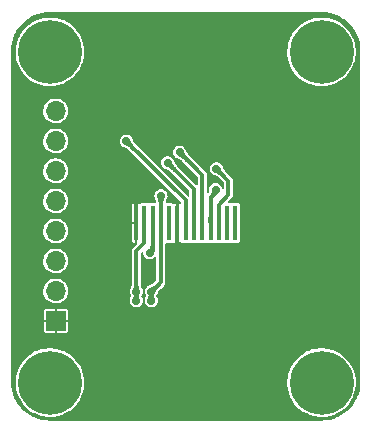
<source format=gtl>
%TF.GenerationSoftware,KiCad,Pcbnew,(6.0.1)*%
%TF.CreationDate,2022-02-20T00:37:45+08:00*%
%TF.ProjectId,PCB_TFT_RF096HQ13,5043425f-5446-4545-9f52-463039364851,V0.9*%
%TF.SameCoordinates,Original*%
%TF.FileFunction,Copper,L1,Top*%
%TF.FilePolarity,Positive*%
%FSLAX46Y46*%
G04 Gerber Fmt 4.6, Leading zero omitted, Abs format (unit mm)*
G04 Created by KiCad (PCBNEW (6.0.1)) date 2022-02-20 00:37:45*
%MOMM*%
%LPD*%
G01*
G04 APERTURE LIST*
%TA.AperFunction,SMDPad,CuDef*%
%ADD10R,0.400000X3.000000*%
%TD*%
%TA.AperFunction,ComponentPad*%
%ADD11C,0.800000*%
%TD*%
%TA.AperFunction,ComponentPad*%
%ADD12C,5.400000*%
%TD*%
%TA.AperFunction,ComponentPad*%
%ADD13R,1.700000X1.700000*%
%TD*%
%TA.AperFunction,ComponentPad*%
%ADD14O,1.700000X1.700000*%
%TD*%
%TA.AperFunction,ViaPad*%
%ADD15C,0.700000*%
%TD*%
%TA.AperFunction,Conductor*%
%ADD16C,0.355600*%
%TD*%
%TA.AperFunction,Conductor*%
%ADD17C,0.762000*%
%TD*%
G04 APERTURE END LIST*
D10*
%TO.P,CN1,1,TP0*%
%TO.N,unconnected-(CN1-Pad1)*%
X118319000Y-61071500D03*
%TO.P,CN1,2,TP1*%
%TO.N,unconnected-(CN1-Pad2)*%
X117619000Y-61071500D03*
%TO.P,CN1,3,SDA*%
%TO.N,/SDA*%
X116919000Y-61071500D03*
%TO.P,CN1,4,SCL*%
%TO.N,/SCL*%
X116219000Y-61071500D03*
%TO.P,CN1,5,RS*%
%TO.N,/DC*%
X115519000Y-61071500D03*
%TO.P,CN1,6,~{RES}*%
%TO.N,/~{RES}*%
X114819000Y-61071500D03*
%TO.P,CN1,7,~{CS}*%
%TO.N,/~{CS}*%
X114119000Y-61071500D03*
%TO.P,CN1,8,GND*%
%TO.N,GND*%
X113419000Y-61071500D03*
%TO.P,CN1,9,NC*%
%TO.N,unconnected-(CN1-Pad9)*%
X112719000Y-61071500D03*
%TO.P,CN1,10,VCC*%
%TO.N,VCC*%
X112019000Y-61071500D03*
%TO.P,CN1,11,LEDK*%
%TO.N,Net-(CN1-Pad11)*%
X111319000Y-61071500D03*
%TO.P,CN1,12,LEDA*%
%TO.N,VCC*%
X110619000Y-61071500D03*
%TO.P,CN1,13,GND*%
%TO.N,GND*%
X109919000Y-61071500D03*
%TD*%
D11*
%TO.P,REF\u002A\u002A,1*%
%TO.N,N/C*%
X102619000Y-76602000D03*
X104050891Y-76008891D03*
X104050891Y-73145109D03*
X101187109Y-76008891D03*
D12*
X102619000Y-74577000D03*
D11*
X100594000Y-74577000D03*
X104644000Y-74577000D03*
X102619000Y-72552000D03*
X101187109Y-73145109D03*
%TD*%
%TO.P,REF\u002A\u002A,1*%
%TO.N,N/C*%
X125619000Y-48602000D03*
X127050891Y-48008891D03*
X127050891Y-45145109D03*
X124187109Y-48008891D03*
D12*
X125619000Y-46577000D03*
D11*
X123594000Y-46577000D03*
X127644000Y-46577000D03*
X125619000Y-44552000D03*
X124187109Y-45145109D03*
%TD*%
%TO.P,REF\u002A\u002A,1*%
%TO.N,N/C*%
X125619000Y-76602200D03*
X127050891Y-76009091D03*
X127050891Y-73145309D03*
X124187109Y-76009091D03*
D12*
X125619000Y-74577200D03*
D11*
X123594000Y-74577200D03*
X127644000Y-74577200D03*
X125619000Y-72552200D03*
X124187109Y-73145309D03*
%TD*%
%TO.P,REF\u002A\u002A,1*%
%TO.N,N/C*%
X102619000Y-48602000D03*
X104050891Y-48008891D03*
X104050891Y-45145109D03*
X101187109Y-48008891D03*
D12*
X102619000Y-46577000D03*
D11*
X100594000Y-46577000D03*
X104644000Y-46577000D03*
X102619000Y-44552000D03*
X101187109Y-45145109D03*
%TD*%
D13*
%TO.P,J1,1,Pin_1*%
%TO.N,GND*%
X103119000Y-69357000D03*
D14*
%TO.P,J1,2,Pin_2*%
%TO.N,VCC*%
X103119000Y-66817000D03*
%TO.P,J1,3,Pin_3*%
%TO.N,/SCL*%
X103119000Y-64277000D03*
%TO.P,J1,4,Pin_4*%
%TO.N,/SDA*%
X103119000Y-61737000D03*
%TO.P,J1,5,Pin_5*%
%TO.N,/~{RES}*%
X103119000Y-59197000D03*
%TO.P,J1,6,Pin_6*%
%TO.N,/DC*%
X103119000Y-56657000D03*
%TO.P,J1,7,Pin_7*%
%TO.N,/~{CS}*%
X103119000Y-54117000D03*
%TO.P,J1,8,Pin_8*%
%TO.N,/BL*%
X103119000Y-51577000D03*
%TD*%
D15*
%TO.N,VCC*%
X109928000Y-66878200D03*
X109928000Y-67640200D03*
X112019000Y-58750200D03*
X111198000Y-66878200D03*
X111198000Y-67640200D03*
%TO.N,GND*%
X100530000Y-51003200D03*
X127454000Y-65211325D03*
X108912000Y-62179200D03*
X119453000Y-62560200D03*
X104467000Y-55321200D03*
X111833000Y-53289200D03*
X100530000Y-70180200D03*
X109868468Y-76911200D03*
X109919000Y-58750200D03*
X104340000Y-60274200D03*
X122453375Y-76911200D03*
X107957200Y-69357000D03*
X127454000Y-70005575D03*
X104467000Y-57861200D03*
X100530000Y-60591700D03*
X105991000Y-65608200D03*
X127454000Y-60417075D03*
X114158686Y-44399200D03*
X112849000Y-67640200D03*
X127454000Y-55622825D03*
X117929000Y-70815200D03*
X109963718Y-44399200D03*
X105864000Y-62306200D03*
X118258404Y-76911200D03*
X100530000Y-55797450D03*
X127454000Y-50828575D03*
X100530000Y-65385950D03*
X105768750Y-44399200D03*
X104467000Y-52781200D03*
X105673500Y-76911200D03*
X118353654Y-44399200D03*
X115516000Y-54940200D03*
X118945000Y-53289200D03*
X122548625Y-44399200D03*
X114063436Y-76911200D03*
%TO.N,/SDA*%
X116709800Y-56464200D03*
%TO.N,/SCL*%
X116659000Y-58242200D03*
%TO.N,/DC*%
X113611000Y-55067200D03*
%TO.N,/~{RES}*%
X112595000Y-55956200D03*
%TO.N,/~{CS}*%
X109089800Y-54127400D03*
%TO.N,Net-(CN1-Pad11)*%
X111077279Y-63582479D03*
%TD*%
D16*
%TO.N,VCC*%
X110619000Y-62758200D02*
X110619000Y-61071500D01*
X109928000Y-66878200D02*
X109928000Y-67640200D01*
X112019000Y-61071500D02*
X112019000Y-66057200D01*
X112019000Y-66057200D02*
X111198000Y-66878200D01*
X111198000Y-66878200D02*
X111198000Y-67640200D01*
X110619000Y-62758200D02*
X109928000Y-63449200D01*
X112019000Y-61071500D02*
X112019000Y-58750200D01*
X109928000Y-63449200D02*
X109928000Y-66878200D01*
%TO.N,GND*%
X113419000Y-61071500D02*
X113419000Y-67070200D01*
D17*
X109919000Y-58741200D02*
X109674000Y-58496200D01*
X108785000Y-58496200D02*
X107957200Y-59324000D01*
D16*
X113419000Y-67070200D02*
X112849000Y-67640200D01*
D17*
X109919000Y-58750200D02*
X109919000Y-58741200D01*
D16*
X109919000Y-61071500D02*
X109919000Y-58750200D01*
D17*
X109674000Y-58496200D02*
X108785000Y-58496200D01*
X107957200Y-59324000D02*
X107957200Y-69357000D01*
D16*
%TO.N,/SDA*%
X117725800Y-58699400D02*
X116919000Y-59506200D01*
X116709800Y-56464200D02*
X117725800Y-57480200D01*
X116919000Y-59506200D02*
X116919000Y-61071500D01*
X117725800Y-57480200D02*
X117725800Y-58699400D01*
%TO.N,/SCL*%
X116659000Y-58242200D02*
X116659000Y-58496200D01*
X116659000Y-58496200D02*
X116219000Y-58936200D01*
X116219000Y-58936200D02*
X116219000Y-61071500D01*
%TO.N,/DC*%
X115519000Y-56975200D02*
X115519000Y-61071500D01*
X113611000Y-55067200D02*
X115519000Y-56975200D01*
%TO.N,/~{RES}*%
X112595000Y-55956200D02*
X114819000Y-58180200D01*
X114819000Y-58180200D02*
X114819000Y-61071500D01*
%TO.N,/~{CS}*%
X114119000Y-59156600D02*
X114119000Y-61071500D01*
X109089800Y-54127400D02*
X114119000Y-59156600D01*
%TO.N,Net-(CN1-Pad11)*%
X111319000Y-61071500D02*
X111319000Y-63340758D01*
X111319000Y-63340758D02*
X111077279Y-63582479D01*
%TD*%
%TA.AperFunction,Conductor*%
%TO.N,/SCL*%
G36*
X116709841Y-58083712D02*
G01*
X116919961Y-58462799D01*
X116920975Y-58471696D01*
X116917969Y-58476777D01*
X116859430Y-58534857D01*
X116858229Y-58535896D01*
X116789826Y-58587429D01*
X116788963Y-58588020D01*
X116718645Y-58631736D01*
X116718305Y-58631940D01*
X116648606Y-58672062D01*
X116582415Y-58712711D01*
X116582183Y-58712887D01*
X116522872Y-58757821D01*
X116522869Y-58757824D01*
X116522474Y-58758123D01*
X116471362Y-58812625D01*
X116431658Y-58880544D01*
X116405944Y-58966209D01*
X116405893Y-58966811D01*
X116405892Y-58966816D01*
X116397709Y-59063235D01*
X116393595Y-59071189D01*
X116386051Y-59073946D01*
X116053920Y-59073946D01*
X116045647Y-59070519D01*
X116042220Y-59062246D01*
X116042261Y-59061270D01*
X116045595Y-59021420D01*
X116050452Y-58963386D01*
X116050809Y-58961335D01*
X116075369Y-58869775D01*
X116076038Y-58867921D01*
X116111742Y-58790209D01*
X116112472Y-58788862D01*
X116155216Y-58720941D01*
X116155694Y-58720239D01*
X116161234Y-58712711D01*
X116191145Y-58672062D01*
X116201372Y-58658164D01*
X116201380Y-58658153D01*
X116245327Y-58598575D01*
X116245334Y-58598565D01*
X116245468Y-58598383D01*
X116283312Y-58537412D01*
X116308291Y-58476777D01*
X116310253Y-58472013D01*
X116310254Y-58472011D01*
X116310511Y-58471386D01*
X116322668Y-58396449D01*
X116315984Y-58315962D01*
X116318715Y-58307435D01*
X116321576Y-58304991D01*
X116693540Y-58079380D01*
X116702391Y-58078020D01*
X116709841Y-58083712D01*
G37*
%TD.AperFunction*%
%TD*%
%TA.AperFunction,Conductor*%
%TO.N,VCC*%
G36*
X111477872Y-66849775D02*
G01*
X111420976Y-66916335D01*
X111384145Y-66980855D01*
X111364889Y-67043868D01*
X111360717Y-67105910D01*
X111369139Y-67167513D01*
X111387664Y-67229211D01*
X111396955Y-67251364D01*
X111413804Y-67291539D01*
X111413874Y-67291681D01*
X111413878Y-67291690D01*
X111445056Y-67355010D01*
X111445066Y-67355030D01*
X111478961Y-67420219D01*
X111479024Y-67420343D01*
X111509262Y-67480235D01*
X111509932Y-67489165D01*
X111507252Y-67493616D01*
X111206433Y-67806431D01*
X111198229Y-67810019D01*
X111189567Y-67806431D01*
X110888295Y-67493145D01*
X110885030Y-67484806D01*
X110885911Y-67480577D01*
X110923613Y-67389092D01*
X110923614Y-67389089D01*
X110923741Y-67388781D01*
X110949927Y-67296256D01*
X110966480Y-67208516D01*
X110966870Y-67205739D01*
X110971694Y-67171333D01*
X110978329Y-67124014D01*
X110990396Y-67041202D01*
X110999731Y-66996371D01*
X111007479Y-66959158D01*
X111007804Y-66957932D01*
X111034642Y-66875230D01*
X111035247Y-66873728D01*
X111038918Y-66866173D01*
X111076804Y-66788190D01*
X111077512Y-66786967D01*
X111077533Y-66786900D01*
X111139375Y-66695902D01*
X111226425Y-66598328D01*
X111477872Y-66849775D01*
G37*
%TD.AperFunction*%
%TD*%
%TA.AperFunction,Conductor*%
%TO.N,VCC*%
G36*
X112027433Y-58583969D02*
G01*
X112328457Y-58896997D01*
X112331722Y-58905336D01*
X112330643Y-58910017D01*
X112295183Y-58986674D01*
X112264461Y-59062106D01*
X112240891Y-59132056D01*
X112223527Y-59199524D01*
X112211425Y-59267509D01*
X112203642Y-59339013D01*
X112199232Y-59417033D01*
X112197251Y-59504572D01*
X112197251Y-59504637D01*
X112197250Y-59504684D01*
X112196755Y-59604627D01*
X112196755Y-59604632D01*
X112196795Y-59708495D01*
X112193371Y-59716770D01*
X112185095Y-59720200D01*
X111852904Y-59720200D01*
X111844631Y-59716773D01*
X111841204Y-59708495D01*
X111841244Y-59604626D01*
X111841244Y-59604569D01*
X111840749Y-59504684D01*
X111840748Y-59504637D01*
X111840748Y-59504572D01*
X111838767Y-59417033D01*
X111834357Y-59339013D01*
X111826574Y-59267509D01*
X111814472Y-59199524D01*
X111797108Y-59132056D01*
X111773538Y-59062106D01*
X111742816Y-58986674D01*
X111707357Y-58910018D01*
X111706994Y-58901072D01*
X111709543Y-58896997D01*
X112010567Y-58583969D01*
X112018771Y-58580381D01*
X112027433Y-58583969D01*
G37*
%TD.AperFunction*%
%TD*%
%TA.AperFunction,Conductor*%
%TO.N,/SDA*%
G36*
X117093337Y-60524927D02*
G01*
X117096764Y-60533236D01*
X117096591Y-60590079D01*
X117096591Y-60590135D01*
X117096069Y-60656515D01*
X117096055Y-60656515D01*
X117096069Y-60656549D01*
X117095385Y-60719622D01*
X117094695Y-60778440D01*
X117094151Y-60831951D01*
X117093907Y-60879140D01*
X117094116Y-60918988D01*
X117094932Y-60950479D01*
X117096509Y-60972596D01*
X117096593Y-60972991D01*
X117097711Y-60978255D01*
X117096078Y-60987060D01*
X117094701Y-60988793D01*
X117094700Y-60988795D01*
X117094699Y-60988796D01*
X116927433Y-61162731D01*
X116919229Y-61166319D01*
X116910567Y-61162731D01*
X116743301Y-60988796D01*
X116743300Y-60988794D01*
X116740035Y-60980456D01*
X116740288Y-60978255D01*
X116741490Y-60972596D01*
X116743067Y-60950479D01*
X116743883Y-60918988D01*
X116744092Y-60879140D01*
X116743848Y-60831951D01*
X116743304Y-60778440D01*
X116742614Y-60719622D01*
X116741930Y-60656549D01*
X116741944Y-60656515D01*
X116741930Y-60656515D01*
X116741408Y-60590135D01*
X116741236Y-60533235D01*
X116744638Y-60524952D01*
X116752936Y-60521500D01*
X117085064Y-60521500D01*
X117093337Y-60524927D01*
G37*
%TD.AperFunction*%
%TD*%
%TA.AperFunction,Conductor*%
%TO.N,/SDA*%
G36*
X117032420Y-56349183D02*
G01*
X117040624Y-56352771D01*
X117043173Y-56356846D01*
X117072302Y-56436122D01*
X117103917Y-56511183D01*
X117136712Y-56577312D01*
X117172141Y-56637297D01*
X117211657Y-56693927D01*
X117256714Y-56749991D01*
X117308765Y-56808278D01*
X117308843Y-56808360D01*
X117308848Y-56808365D01*
X117356661Y-56858392D01*
X117369263Y-56871578D01*
X117369298Y-56871614D01*
X117369319Y-56871635D01*
X117439621Y-56942637D01*
X117439662Y-56942678D01*
X117513137Y-57016096D01*
X117516567Y-57024367D01*
X117513140Y-57032645D01*
X117278245Y-57267540D01*
X117269972Y-57270967D01*
X117261696Y-57267537D01*
X117188278Y-57194062D01*
X117117251Y-57123735D01*
X117117235Y-57123719D01*
X117117178Y-57123663D01*
X117053878Y-57063165D01*
X116995591Y-57011114D01*
X116939527Y-56966057D01*
X116939364Y-56965943D01*
X116939357Y-56965938D01*
X116883080Y-56926669D01*
X116882897Y-56926541D01*
X116822912Y-56891112D01*
X116783372Y-56871503D01*
X116756935Y-56858392D01*
X116756925Y-56858388D01*
X116756783Y-56858317D01*
X116681722Y-56826702D01*
X116674595Y-56824083D01*
X116602446Y-56797573D01*
X116595862Y-56791503D01*
X116594783Y-56786820D01*
X116586295Y-56352622D01*
X116589560Y-56344283D01*
X116598222Y-56340695D01*
X117032420Y-56349183D01*
G37*
%TD.AperFunction*%
%TD*%
%TA.AperFunction,Conductor*%
%TO.N,VCC*%
G36*
X111766445Y-66074860D02*
G01*
X112001340Y-66309755D01*
X112004767Y-66318028D01*
X112001337Y-66326303D01*
X111951259Y-66376342D01*
X111927862Y-66399721D01*
X111927821Y-66399762D01*
X111911884Y-66415858D01*
X111857463Y-66470821D01*
X111857409Y-66470877D01*
X111857391Y-66470896D01*
X111797048Y-66534034D01*
X111796965Y-66534121D01*
X111744914Y-66592408D01*
X111699857Y-66648472D01*
X111660341Y-66705102D01*
X111624912Y-66765087D01*
X111592117Y-66831216D01*
X111560502Y-66906277D01*
X111560455Y-66906405D01*
X111531373Y-66985554D01*
X111525303Y-66992138D01*
X111520620Y-66993217D01*
X111475115Y-66994107D01*
X111393300Y-66995706D01*
X111074257Y-67001943D01*
X111081170Y-66648311D01*
X111082983Y-66555580D01*
X111086571Y-66547376D01*
X111090646Y-66544827D01*
X111169794Y-66515744D01*
X111169922Y-66515697D01*
X111244983Y-66484082D01*
X111245125Y-66484011D01*
X111245135Y-66484007D01*
X111310914Y-66451385D01*
X111311112Y-66451287D01*
X111371097Y-66415858D01*
X111396464Y-66398157D01*
X111427557Y-66376461D01*
X111427564Y-66376456D01*
X111427727Y-66376342D01*
X111483791Y-66331285D01*
X111542078Y-66279234D01*
X111542165Y-66279151D01*
X111605322Y-66218790D01*
X111605345Y-66218768D01*
X111605378Y-66218736D01*
X111676478Y-66148337D01*
X111749896Y-66074863D01*
X111758168Y-66071433D01*
X111766445Y-66074860D01*
G37*
%TD.AperFunction*%
%TD*%
%TA.AperFunction,Conductor*%
%TO.N,VCC*%
G36*
X111396678Y-67000765D02*
G01*
X111460991Y-67097089D01*
X111462735Y-67105873D01*
X111460717Y-67110475D01*
X111441461Y-67136905D01*
X111441455Y-67136915D01*
X111441217Y-67137242D01*
X111441028Y-67137598D01*
X111441025Y-67137602D01*
X111421926Y-67173485D01*
X111421751Y-67173814D01*
X111406590Y-67213995D01*
X111395195Y-67258189D01*
X111387028Y-67306799D01*
X111381552Y-67360229D01*
X111378229Y-67418880D01*
X111376521Y-67483157D01*
X111375890Y-67553462D01*
X111375800Y-67630200D01*
X111020200Y-67630200D01*
X111020109Y-67553462D01*
X111019478Y-67483157D01*
X111017770Y-67418880D01*
X111014447Y-67360229D01*
X111008971Y-67306799D01*
X111000804Y-67258189D01*
X110989409Y-67213995D01*
X110974248Y-67173814D01*
X110954782Y-67137242D01*
X110954537Y-67136905D01*
X110935282Y-67110475D01*
X110933181Y-67101771D01*
X110935009Y-67097089D01*
X110997960Y-67002805D01*
X111198000Y-66703200D01*
X111396678Y-67000765D01*
G37*
%TD.AperFunction*%
%TD*%
%TA.AperFunction,Conductor*%
%TO.N,VCC*%
G36*
X110108236Y-66973144D02*
G01*
X110108236Y-66973145D01*
X110109112Y-66974457D01*
X110190991Y-67097089D01*
X110192735Y-67105873D01*
X110190717Y-67110475D01*
X110171461Y-67136905D01*
X110171455Y-67136915D01*
X110171217Y-67137242D01*
X110151751Y-67173814D01*
X110151620Y-67174160D01*
X110151620Y-67174161D01*
X110138413Y-67209162D01*
X110138413Y-67209164D01*
X110136590Y-67213995D01*
X110125195Y-67258189D01*
X110117028Y-67306799D01*
X110111552Y-67360229D01*
X110108229Y-67418880D01*
X110106521Y-67483157D01*
X110105890Y-67553462D01*
X110105800Y-67630200D01*
X109750200Y-67630200D01*
X109750109Y-67553462D01*
X109749478Y-67483157D01*
X109747770Y-67418880D01*
X109744447Y-67360229D01*
X109738971Y-67306799D01*
X109730804Y-67258189D01*
X109719409Y-67213995D01*
X109717586Y-67209164D01*
X109717586Y-67209162D01*
X109704379Y-67174161D01*
X109704379Y-67174160D01*
X109704248Y-67173814D01*
X109684782Y-67137242D01*
X109684537Y-67136905D01*
X109665282Y-67110475D01*
X109663181Y-67101771D01*
X109665009Y-67097089D01*
X109746887Y-66974459D01*
X109746888Y-66974457D01*
X109747763Y-66973147D01*
X109747763Y-66973146D01*
X109928000Y-66703200D01*
X110108236Y-66973144D01*
G37*
%TD.AperFunction*%
%TD*%
%TA.AperFunction,Conductor*%
%TO.N,/SCL*%
G36*
X116393337Y-60524927D02*
G01*
X116396764Y-60533236D01*
X116396591Y-60590079D01*
X116396591Y-60590135D01*
X116396069Y-60656515D01*
X116396055Y-60656515D01*
X116396069Y-60656549D01*
X116395385Y-60719622D01*
X116394695Y-60778440D01*
X116394151Y-60831951D01*
X116393907Y-60879140D01*
X116394116Y-60918988D01*
X116394932Y-60950479D01*
X116396509Y-60972596D01*
X116396593Y-60972991D01*
X116397711Y-60978255D01*
X116396078Y-60987060D01*
X116394701Y-60988793D01*
X116394700Y-60988795D01*
X116394699Y-60988796D01*
X116227433Y-61162731D01*
X116219229Y-61166319D01*
X116210567Y-61162731D01*
X116043301Y-60988796D01*
X116043300Y-60988794D01*
X116040035Y-60980456D01*
X116040288Y-60978255D01*
X116041490Y-60972596D01*
X116043067Y-60950479D01*
X116043883Y-60918988D01*
X116044092Y-60879140D01*
X116043848Y-60831951D01*
X116043304Y-60778440D01*
X116042614Y-60719622D01*
X116041930Y-60656549D01*
X116041944Y-60656515D01*
X116041930Y-60656515D01*
X116041408Y-60590135D01*
X116041236Y-60533235D01*
X116044638Y-60524952D01*
X116052936Y-60521500D01*
X116385064Y-60521500D01*
X116393337Y-60524927D01*
G37*
%TD.AperFunction*%
%TD*%
%TA.AperFunction,Conductor*%
%TO.N,VCC*%
G36*
X110102368Y-65911627D02*
G01*
X110105795Y-65919905D01*
X110105755Y-66023772D01*
X110106251Y-66123827D01*
X110108232Y-66211366D01*
X110112642Y-66289386D01*
X110120425Y-66360890D01*
X110132527Y-66428875D01*
X110149891Y-66496343D01*
X110173461Y-66566293D01*
X110204183Y-66641725D01*
X110204227Y-66641819D01*
X110204233Y-66641834D01*
X110239643Y-66718381D01*
X110240006Y-66727328D01*
X110237457Y-66731403D01*
X109928000Y-67053200D01*
X109618543Y-66731403D01*
X109615278Y-66723064D01*
X109616357Y-66718381D01*
X109651766Y-66641834D01*
X109651772Y-66641819D01*
X109651816Y-66641725D01*
X109682538Y-66566293D01*
X109706108Y-66496343D01*
X109723472Y-66428875D01*
X109735574Y-66360890D01*
X109743357Y-66289386D01*
X109747767Y-66211366D01*
X109749748Y-66123827D01*
X109750244Y-66023772D01*
X109750204Y-65919904D01*
X109753628Y-65911630D01*
X109761904Y-65908200D01*
X110094095Y-65908200D01*
X110102368Y-65911627D01*
G37*
%TD.AperFunction*%
%TD*%
%TA.AperFunction,Conductor*%
%TO.N,/~{RES}*%
G36*
X114993337Y-60524927D02*
G01*
X114996764Y-60533236D01*
X114996591Y-60590079D01*
X114996591Y-60590135D01*
X114996069Y-60656515D01*
X114996055Y-60656515D01*
X114996069Y-60656549D01*
X114995385Y-60719622D01*
X114994695Y-60778440D01*
X114994151Y-60831951D01*
X114993907Y-60879140D01*
X114994116Y-60918988D01*
X114994932Y-60950479D01*
X114996509Y-60972596D01*
X114996593Y-60972991D01*
X114997711Y-60978255D01*
X114996078Y-60987060D01*
X114994701Y-60988793D01*
X114994700Y-60988795D01*
X114994699Y-60988796D01*
X114827433Y-61162731D01*
X114819229Y-61166319D01*
X114810567Y-61162731D01*
X114643301Y-60988796D01*
X114643300Y-60988794D01*
X114640035Y-60980456D01*
X114640288Y-60978255D01*
X114641490Y-60972596D01*
X114643067Y-60950479D01*
X114643883Y-60918988D01*
X114644092Y-60879140D01*
X114643848Y-60831951D01*
X114643304Y-60778440D01*
X114642614Y-60719622D01*
X114641930Y-60656549D01*
X114641944Y-60656515D01*
X114641930Y-60656515D01*
X114641408Y-60590135D01*
X114641236Y-60533235D01*
X114644638Y-60524952D01*
X114652936Y-60521500D01*
X114985064Y-60521500D01*
X114993337Y-60524927D01*
G37*
%TD.AperFunction*%
%TD*%
%TA.AperFunction,Conductor*%
%TO.N,/~{CS}*%
G36*
X114293337Y-60524927D02*
G01*
X114296764Y-60533236D01*
X114296591Y-60590079D01*
X114296591Y-60590135D01*
X114296069Y-60656515D01*
X114296055Y-60656515D01*
X114296069Y-60656549D01*
X114295385Y-60719622D01*
X114294695Y-60778440D01*
X114294151Y-60831951D01*
X114293907Y-60879140D01*
X114294116Y-60918988D01*
X114294932Y-60950479D01*
X114296509Y-60972596D01*
X114296593Y-60972991D01*
X114297711Y-60978255D01*
X114296078Y-60987060D01*
X114294701Y-60988793D01*
X114294700Y-60988795D01*
X114294699Y-60988796D01*
X114127433Y-61162731D01*
X114119229Y-61166319D01*
X114110567Y-61162731D01*
X113943301Y-60988796D01*
X113943300Y-60988794D01*
X113940035Y-60980456D01*
X113940288Y-60978255D01*
X113941490Y-60972596D01*
X113943067Y-60950479D01*
X113943883Y-60918988D01*
X113944092Y-60879140D01*
X113943848Y-60831951D01*
X113943304Y-60778440D01*
X113942614Y-60719622D01*
X113941930Y-60656549D01*
X113941944Y-60656515D01*
X113941930Y-60656515D01*
X113941408Y-60590135D01*
X113941236Y-60533235D01*
X113944638Y-60524952D01*
X113952936Y-60521500D01*
X114285064Y-60521500D01*
X114293337Y-60524927D01*
G37*
%TD.AperFunction*%
%TD*%
%TA.AperFunction,Conductor*%
%TO.N,/~{CS}*%
G36*
X109412420Y-54012383D02*
G01*
X109420624Y-54015971D01*
X109423173Y-54020046D01*
X109452302Y-54099322D01*
X109483917Y-54174383D01*
X109516712Y-54240512D01*
X109552141Y-54300497D01*
X109591657Y-54357127D01*
X109636714Y-54413191D01*
X109688765Y-54471478D01*
X109688843Y-54471560D01*
X109688848Y-54471565D01*
X109736661Y-54521592D01*
X109749263Y-54534778D01*
X109749298Y-54534814D01*
X109749319Y-54534835D01*
X109819621Y-54605837D01*
X109819662Y-54605878D01*
X109893137Y-54679296D01*
X109896567Y-54687567D01*
X109893140Y-54695845D01*
X109658245Y-54930740D01*
X109649972Y-54934167D01*
X109641696Y-54930737D01*
X109568278Y-54857262D01*
X109497251Y-54786935D01*
X109497235Y-54786919D01*
X109497178Y-54786863D01*
X109433878Y-54726365D01*
X109375591Y-54674314D01*
X109319527Y-54629257D01*
X109319364Y-54629143D01*
X109319357Y-54629138D01*
X109263080Y-54589869D01*
X109262897Y-54589741D01*
X109202912Y-54554312D01*
X109163372Y-54534703D01*
X109136935Y-54521592D01*
X109136925Y-54521588D01*
X109136783Y-54521517D01*
X109061722Y-54489902D01*
X109054595Y-54487283D01*
X108982446Y-54460773D01*
X108975862Y-54454703D01*
X108974783Y-54450020D01*
X108966295Y-54015822D01*
X108969560Y-54007483D01*
X108978222Y-54003895D01*
X109412420Y-54012383D01*
G37*
%TD.AperFunction*%
%TD*%
%TA.AperFunction,Conductor*%
%TO.N,VCC*%
G36*
X112116781Y-61073179D02*
G01*
X112194699Y-61154204D01*
X112197964Y-61162543D01*
X112197711Y-61164744D01*
X112196509Y-61170403D01*
X112194932Y-61192520D01*
X112194929Y-61192651D01*
X112194928Y-61192663D01*
X112194116Y-61224011D01*
X112193907Y-61263859D01*
X112193907Y-61263919D01*
X112194151Y-61311048D01*
X112194695Y-61364559D01*
X112195385Y-61423367D01*
X112195385Y-61423377D01*
X112196069Y-61486449D01*
X112196055Y-61486484D01*
X112196069Y-61486484D01*
X112196591Y-61552808D01*
X112196591Y-61552864D01*
X112196764Y-61609764D01*
X112193362Y-61618048D01*
X112185064Y-61621500D01*
X111852936Y-61621500D01*
X111844663Y-61618073D01*
X111841236Y-61609765D01*
X111841408Y-61552921D01*
X111841408Y-61552864D01*
X111841930Y-61486484D01*
X111841944Y-61486484D01*
X111841930Y-61486449D01*
X111842614Y-61423387D01*
X111842614Y-61423377D01*
X111843304Y-61364559D01*
X111843848Y-61311048D01*
X111844092Y-61263859D01*
X111844092Y-61263798D01*
X111843883Y-61224011D01*
X111843071Y-61192663D01*
X111843070Y-61192651D01*
X111843067Y-61192520D01*
X111841490Y-61170403D01*
X111840289Y-61164745D01*
X111840289Y-61164744D01*
X111841923Y-61155940D01*
X111843301Y-61154205D01*
X111921220Y-61073179D01*
X112019000Y-60971500D01*
X112116781Y-61073179D01*
G37*
%TD.AperFunction*%
%TD*%
%TA.AperFunction,Conductor*%
%TO.N,/DC*%
G36*
X115693337Y-60524927D02*
G01*
X115696764Y-60533236D01*
X115696591Y-60590079D01*
X115696591Y-60590135D01*
X115696069Y-60656515D01*
X115696055Y-60656515D01*
X115696069Y-60656549D01*
X115695385Y-60719622D01*
X115694695Y-60778440D01*
X115694151Y-60831951D01*
X115693907Y-60879140D01*
X115694116Y-60918988D01*
X115694932Y-60950479D01*
X115696509Y-60972596D01*
X115696593Y-60972991D01*
X115697711Y-60978255D01*
X115696078Y-60987060D01*
X115694701Y-60988793D01*
X115694700Y-60988795D01*
X115694699Y-60988796D01*
X115527433Y-61162731D01*
X115519229Y-61166319D01*
X115510567Y-61162731D01*
X115343301Y-60988796D01*
X115343300Y-60988794D01*
X115340035Y-60980456D01*
X115340288Y-60978255D01*
X115341490Y-60972596D01*
X115343067Y-60950479D01*
X115343883Y-60918988D01*
X115344092Y-60879140D01*
X115343848Y-60831951D01*
X115343304Y-60778440D01*
X115342614Y-60719622D01*
X115341930Y-60656549D01*
X115341944Y-60656515D01*
X115341930Y-60656515D01*
X115341408Y-60590135D01*
X115341236Y-60533235D01*
X115344638Y-60524952D01*
X115352936Y-60521500D01*
X115685064Y-60521500D01*
X115693337Y-60524927D01*
G37*
%TD.AperFunction*%
%TD*%
%TA.AperFunction,Conductor*%
%TO.N,Net-(CN1-Pad11)*%
G36*
X111327433Y-60980269D02*
G01*
X111494699Y-61154204D01*
X111497964Y-61162543D01*
X111497711Y-61164744D01*
X111496509Y-61170403D01*
X111494932Y-61192520D01*
X111494929Y-61192651D01*
X111494928Y-61192663D01*
X111494116Y-61224011D01*
X111493907Y-61263859D01*
X111493907Y-61263919D01*
X111494151Y-61311048D01*
X111494695Y-61364559D01*
X111495385Y-61423367D01*
X111495385Y-61423377D01*
X111496069Y-61486449D01*
X111496055Y-61486484D01*
X111496069Y-61486484D01*
X111496591Y-61552808D01*
X111496591Y-61552864D01*
X111496764Y-61609764D01*
X111493362Y-61618048D01*
X111485064Y-61621500D01*
X111152936Y-61621500D01*
X111144663Y-61618073D01*
X111141236Y-61609765D01*
X111141408Y-61552921D01*
X111141408Y-61552864D01*
X111141930Y-61486484D01*
X111141944Y-61486484D01*
X111141930Y-61486449D01*
X111142614Y-61423387D01*
X111142614Y-61423377D01*
X111143304Y-61364559D01*
X111143848Y-61311048D01*
X111144092Y-61263859D01*
X111144092Y-61263798D01*
X111143883Y-61224011D01*
X111143071Y-61192663D01*
X111143070Y-61192651D01*
X111143067Y-61192520D01*
X111141490Y-61170403D01*
X111140289Y-61164745D01*
X111140289Y-61164744D01*
X111141923Y-61155940D01*
X111143301Y-61154205D01*
X111310567Y-60980269D01*
X111318771Y-60976681D01*
X111327433Y-60980269D01*
G37*
%TD.AperFunction*%
%TD*%
%TA.AperFunction,Conductor*%
%TO.N,/DC*%
G36*
X113933620Y-54952183D02*
G01*
X113941824Y-54955771D01*
X113944373Y-54959846D01*
X113973502Y-55039122D01*
X114005117Y-55114183D01*
X114037912Y-55180312D01*
X114073341Y-55240297D01*
X114112857Y-55296927D01*
X114157914Y-55352991D01*
X114209965Y-55411278D01*
X114210043Y-55411360D01*
X114210048Y-55411365D01*
X114257861Y-55461392D01*
X114270463Y-55474578D01*
X114270498Y-55474614D01*
X114270519Y-55474635D01*
X114340821Y-55545637D01*
X114340862Y-55545678D01*
X114414337Y-55619096D01*
X114417767Y-55627367D01*
X114414340Y-55635645D01*
X114179445Y-55870540D01*
X114171172Y-55873967D01*
X114162896Y-55870537D01*
X114089478Y-55797062D01*
X114018451Y-55726735D01*
X114018435Y-55726719D01*
X114018378Y-55726663D01*
X113955078Y-55666165D01*
X113896791Y-55614114D01*
X113840727Y-55569057D01*
X113840564Y-55568943D01*
X113840557Y-55568938D01*
X113784280Y-55529669D01*
X113784097Y-55529541D01*
X113724112Y-55494112D01*
X113684572Y-55474503D01*
X113658135Y-55461392D01*
X113658125Y-55461388D01*
X113657983Y-55461317D01*
X113582922Y-55429702D01*
X113575795Y-55427083D01*
X113503646Y-55400573D01*
X113497062Y-55394503D01*
X113495983Y-55389820D01*
X113487495Y-54955622D01*
X113490760Y-54947283D01*
X113499422Y-54943695D01*
X113933620Y-54952183D01*
G37*
%TD.AperFunction*%
%TD*%
%TA.AperFunction,Conductor*%
%TO.N,VCC*%
G36*
X110627433Y-60980269D02*
G01*
X110794699Y-61154204D01*
X110797964Y-61162543D01*
X110797711Y-61164744D01*
X110796509Y-61170403D01*
X110794932Y-61192520D01*
X110794929Y-61192651D01*
X110794928Y-61192663D01*
X110794116Y-61224011D01*
X110793907Y-61263859D01*
X110793907Y-61263919D01*
X110794151Y-61311048D01*
X110794695Y-61364559D01*
X110795385Y-61423367D01*
X110795385Y-61423377D01*
X110796069Y-61486449D01*
X110796055Y-61486484D01*
X110796069Y-61486484D01*
X110796591Y-61552808D01*
X110796591Y-61552864D01*
X110796764Y-61609764D01*
X110793362Y-61618048D01*
X110785064Y-61621500D01*
X110452936Y-61621500D01*
X110444663Y-61618073D01*
X110441236Y-61609765D01*
X110441408Y-61552921D01*
X110441408Y-61552864D01*
X110441930Y-61486484D01*
X110441944Y-61486484D01*
X110441930Y-61486449D01*
X110442614Y-61423387D01*
X110442614Y-61423377D01*
X110443304Y-61364559D01*
X110443848Y-61311048D01*
X110444092Y-61263859D01*
X110444092Y-61263798D01*
X110443883Y-61224011D01*
X110443071Y-61192663D01*
X110443070Y-61192651D01*
X110443067Y-61192520D01*
X110441490Y-61170403D01*
X110440289Y-61164745D01*
X110440289Y-61164744D01*
X110441923Y-61155940D01*
X110443301Y-61154205D01*
X110610567Y-60980269D01*
X110618771Y-60976681D01*
X110627433Y-60980269D01*
G37*
%TD.AperFunction*%
%TD*%
%TA.AperFunction,Conductor*%
%TO.N,GND*%
G36*
X125604229Y-43203313D02*
G01*
X125610381Y-43204728D01*
X125610382Y-43204728D01*
X125618636Y-43206626D01*
X125627312Y-43204663D01*
X125647840Y-43202911D01*
X125881758Y-43215170D01*
X125959677Y-43219254D01*
X125967505Y-43220077D01*
X126300546Y-43272826D01*
X126308245Y-43274462D01*
X126633966Y-43361739D01*
X126641452Y-43364172D01*
X126956246Y-43485009D01*
X126963437Y-43488210D01*
X127263898Y-43641303D01*
X127270699Y-43645229D01*
X127472409Y-43776221D01*
X127553508Y-43828887D01*
X127559876Y-43833514D01*
X127821930Y-44045722D01*
X127827779Y-44050989D01*
X128066211Y-44289421D01*
X128071478Y-44295270D01*
X128283686Y-44557324D01*
X128288313Y-44563692D01*
X128471971Y-44846501D01*
X128475897Y-44853302D01*
X128507494Y-44915313D01*
X128628990Y-45153763D01*
X128632191Y-45160954D01*
X128753028Y-45475748D01*
X128755461Y-45483234D01*
X128842738Y-45808955D01*
X128844374Y-45816654D01*
X128897123Y-46149696D01*
X128897946Y-46157524D01*
X128914263Y-46468874D01*
X128912472Y-46489451D01*
X128912472Y-46489582D01*
X128910574Y-46497836D01*
X128912443Y-46506094D01*
X128913946Y-46512738D01*
X128915800Y-46529335D01*
X128915800Y-74466576D01*
X128913887Y-74483429D01*
X128912834Y-74488010D01*
X128910574Y-74497836D01*
X128912537Y-74506512D01*
X128914289Y-74527040D01*
X128911573Y-74578862D01*
X128897946Y-74838877D01*
X128897123Y-74846705D01*
X128844374Y-75179746D01*
X128842738Y-75187445D01*
X128755461Y-75513166D01*
X128753028Y-75520652D01*
X128632191Y-75835446D01*
X128628990Y-75842637D01*
X128475897Y-76143098D01*
X128471971Y-76149899D01*
X128366016Y-76313056D01*
X128288313Y-76432708D01*
X128283686Y-76439076D01*
X128177840Y-76569785D01*
X128071478Y-76701130D01*
X128066211Y-76706979D01*
X127827779Y-76945411D01*
X127821931Y-76950678D01*
X127761452Y-76999652D01*
X127559876Y-77162886D01*
X127553508Y-77167513D01*
X127270699Y-77351171D01*
X127263898Y-77355097D01*
X127038803Y-77469789D01*
X126963437Y-77508190D01*
X126956246Y-77511391D01*
X126641452Y-77632228D01*
X126633966Y-77634661D01*
X126308245Y-77721938D01*
X126300546Y-77723574D01*
X125967504Y-77776323D01*
X125959676Y-77777146D01*
X125862248Y-77782252D01*
X125648323Y-77793463D01*
X125627749Y-77791672D01*
X125627618Y-77791672D01*
X125619364Y-77789774D01*
X125605491Y-77792913D01*
X125604462Y-77793146D01*
X125587865Y-77795000D01*
X102650624Y-77795000D01*
X102633771Y-77793087D01*
X102627619Y-77791672D01*
X102627618Y-77791672D01*
X102619364Y-77789774D01*
X102610688Y-77791737D01*
X102590160Y-77793489D01*
X102356242Y-77781230D01*
X102278323Y-77777146D01*
X102270495Y-77776323D01*
X101937454Y-77723574D01*
X101929755Y-77721938D01*
X101604034Y-77634661D01*
X101596548Y-77632228D01*
X101281754Y-77511391D01*
X101274563Y-77508190D01*
X101199197Y-77469789D01*
X100974102Y-77355097D01*
X100967301Y-77351171D01*
X100684492Y-77167513D01*
X100678124Y-77162886D01*
X100476548Y-76999652D01*
X100416069Y-76950678D01*
X100410221Y-76945411D01*
X100171789Y-76706979D01*
X100166522Y-76701130D01*
X100060161Y-76569785D01*
X99954314Y-76439076D01*
X99949687Y-76432708D01*
X99871984Y-76313056D01*
X99766029Y-76149899D01*
X99762103Y-76143098D01*
X99609010Y-75842637D01*
X99605809Y-75835446D01*
X99484972Y-75520652D01*
X99482539Y-75513166D01*
X99395262Y-75187445D01*
X99393626Y-75179746D01*
X99340877Y-74846704D01*
X99340054Y-74838876D01*
X99334948Y-74741448D01*
X99323737Y-74527523D01*
X99325528Y-74506949D01*
X99325528Y-74506818D01*
X99327426Y-74498564D01*
X99324501Y-74485638D01*
X99711814Y-74485638D01*
X99720580Y-74820387D01*
X99767763Y-75151910D01*
X99852737Y-75475813D01*
X99974377Y-75787803D01*
X100131070Y-76083744D01*
X100132292Y-76085522D01*
X100132295Y-76085527D01*
X100319517Y-76357937D01*
X100319523Y-76357945D01*
X100320739Y-76359714D01*
X100540870Y-76612055D01*
X100542469Y-76613510D01*
X100745872Y-76798593D01*
X100788545Y-76837423D01*
X101060483Y-77032830D01*
X101062378Y-77033885D01*
X101062380Y-77033886D01*
X101202292Y-77111760D01*
X101353078Y-77195686D01*
X101662452Y-77323833D01*
X101664536Y-77324427D01*
X101664537Y-77324427D01*
X101830423Y-77371681D01*
X101984504Y-77415572D01*
X101986623Y-77415919D01*
X101986632Y-77415921D01*
X102179662Y-77447530D01*
X102314966Y-77469687D01*
X102317115Y-77469788D01*
X102317121Y-77469789D01*
X102560068Y-77481246D01*
X102649458Y-77485462D01*
X102651614Y-77485315D01*
X102651618Y-77485315D01*
X102927147Y-77466531D01*
X102983547Y-77462686D01*
X102985673Y-77462292D01*
X103310673Y-77402057D01*
X103310677Y-77402056D01*
X103312803Y-77401662D01*
X103568484Y-77323004D01*
X103630807Y-77303831D01*
X103630810Y-77303830D01*
X103632864Y-77303198D01*
X103634835Y-77302333D01*
X103937507Y-77169469D01*
X103937511Y-77169467D01*
X103939486Y-77168600D01*
X104228606Y-76999652D01*
X104297134Y-76948200D01*
X104494652Y-76799900D01*
X104494658Y-76799895D01*
X104496392Y-76798593D01*
X104739293Y-76568088D01*
X104915007Y-76357937D01*
X104952701Y-76312856D01*
X104952704Y-76312853D01*
X104954092Y-76311192D01*
X105137940Y-76031310D01*
X105288400Y-75732153D01*
X105403480Y-75417684D01*
X105459668Y-75183643D01*
X105481145Y-75094186D01*
X105481147Y-75094177D01*
X105481652Y-75092072D01*
X105521882Y-74759634D01*
X105527563Y-74578862D01*
X105527569Y-74578662D01*
X105527569Y-74578657D01*
X105527621Y-74577000D01*
X105522365Y-74485838D01*
X122711814Y-74485838D01*
X122714245Y-74578662D01*
X122719028Y-74761302D01*
X122720580Y-74820587D01*
X122767763Y-75152110D01*
X122852737Y-75476013D01*
X122974377Y-75788003D01*
X123131070Y-76083944D01*
X123132292Y-76085722D01*
X123132295Y-76085727D01*
X123319517Y-76358137D01*
X123319523Y-76358145D01*
X123320739Y-76359914D01*
X123540870Y-76612255D01*
X123542469Y-76613710D01*
X123745872Y-76798793D01*
X123788545Y-76837623D01*
X124060483Y-77033030D01*
X124353078Y-77195886D01*
X124662452Y-77324033D01*
X124984504Y-77415772D01*
X124986623Y-77416119D01*
X124986632Y-77416121D01*
X125179662Y-77447730D01*
X125314966Y-77469887D01*
X125317115Y-77469988D01*
X125317121Y-77469989D01*
X125560068Y-77481446D01*
X125649458Y-77485662D01*
X125651614Y-77485515D01*
X125651618Y-77485515D01*
X125927147Y-77466731D01*
X125983547Y-77462886D01*
X125986752Y-77462292D01*
X126310673Y-77402257D01*
X126310677Y-77402256D01*
X126312803Y-77401862D01*
X126563858Y-77324627D01*
X126630807Y-77304031D01*
X126630810Y-77304030D01*
X126632864Y-77303398D01*
X126634835Y-77302533D01*
X126937507Y-77169669D01*
X126937511Y-77169667D01*
X126939486Y-77168800D01*
X127228606Y-76999852D01*
X127427766Y-76850319D01*
X127494652Y-76800100D01*
X127494658Y-76800095D01*
X127496392Y-76798793D01*
X127498184Y-76797093D01*
X127691639Y-76613510D01*
X127739293Y-76568288D01*
X127912164Y-76361537D01*
X127952701Y-76313056D01*
X127952704Y-76313053D01*
X127954092Y-76311392D01*
X127997059Y-76245982D01*
X128103497Y-76083944D01*
X128137940Y-76031510D01*
X128139013Y-76029378D01*
X128260411Y-75788003D01*
X128288400Y-75732353D01*
X128403480Y-75417884D01*
X128459716Y-75183643D01*
X128481145Y-75094386D01*
X128481147Y-75094377D01*
X128481652Y-75092272D01*
X128521882Y-74759834D01*
X128527621Y-74577200D01*
X128508345Y-74242891D01*
X128507936Y-74240547D01*
X128451145Y-73915150D01*
X128451144Y-73915147D01*
X128450772Y-73913014D01*
X128355666Y-73591940D01*
X128224286Y-73283925D01*
X128058375Y-72993051D01*
X127860131Y-72723175D01*
X127784854Y-72642168D01*
X127633663Y-72479466D01*
X127633657Y-72479460D01*
X127632182Y-72477873D01*
X127377550Y-72260396D01*
X127099609Y-72073628D01*
X126950826Y-71996835D01*
X126803966Y-71921034D01*
X126803958Y-71921031D01*
X126802043Y-71920042D01*
X126488796Y-71801677D01*
X126164021Y-71720099D01*
X126161873Y-71719816D01*
X126161872Y-71719816D01*
X126041533Y-71703973D01*
X125832022Y-71676390D01*
X125829864Y-71676356D01*
X125829863Y-71676356D01*
X125499365Y-71671164D01*
X125497200Y-71671130D01*
X125495050Y-71671345D01*
X125495041Y-71671345D01*
X125166154Y-71704173D01*
X125166152Y-71704173D01*
X125163991Y-71704389D01*
X125161878Y-71704850D01*
X125161870Y-71704851D01*
X124970134Y-71746657D01*
X124836814Y-71775725D01*
X124520004Y-71884193D01*
X124390055Y-71946176D01*
X124219718Y-72027422D01*
X124219710Y-72027426D01*
X124217761Y-72028356D01*
X123934091Y-72206302D01*
X123932399Y-72207658D01*
X123932397Y-72207659D01*
X123865059Y-72261607D01*
X123672753Y-72415673D01*
X123437211Y-72653694D01*
X123435884Y-72655386D01*
X123435879Y-72655392D01*
X123381362Y-72724921D01*
X123230588Y-72917211D01*
X123229461Y-72919049D01*
X123229461Y-72919050D01*
X123184236Y-72992851D01*
X123055622Y-73202729D01*
X122914633Y-73506465D01*
X122809488Y-73824393D01*
X122809049Y-73826513D01*
X122742061Y-74149988D01*
X122741582Y-74152300D01*
X122741390Y-74154455D01*
X122712788Y-74474930D01*
X122711814Y-74485838D01*
X105522365Y-74485838D01*
X105508345Y-74242691D01*
X105492945Y-74154455D01*
X105451145Y-73914950D01*
X105451144Y-73914947D01*
X105450772Y-73912814D01*
X105355666Y-73591740D01*
X105224286Y-73283725D01*
X105058375Y-72992851D01*
X105001418Y-72915313D01*
X104861414Y-72724721D01*
X104861410Y-72724716D01*
X104860131Y-72722975D01*
X104784854Y-72641968D01*
X104633663Y-72479266D01*
X104633657Y-72479260D01*
X104632182Y-72477673D01*
X104377550Y-72260196D01*
X104099609Y-72073428D01*
X103950826Y-71996635D01*
X103803966Y-71920834D01*
X103803958Y-71920831D01*
X103802043Y-71919842D01*
X103707170Y-71883993D01*
X103490821Y-71802242D01*
X103490818Y-71802241D01*
X103488796Y-71801477D01*
X103164021Y-71719899D01*
X103161873Y-71719616D01*
X103161872Y-71719616D01*
X103044693Y-71704189D01*
X102832022Y-71676190D01*
X102829864Y-71676156D01*
X102829863Y-71676156D01*
X102499365Y-71670964D01*
X102497200Y-71670930D01*
X102495050Y-71671145D01*
X102495041Y-71671145D01*
X102166154Y-71703973D01*
X102166152Y-71703973D01*
X102163991Y-71704189D01*
X102161878Y-71704650D01*
X102161870Y-71704651D01*
X101970134Y-71746457D01*
X101836814Y-71775525D01*
X101520004Y-71883993D01*
X101390055Y-71945976D01*
X101219718Y-72027222D01*
X101219710Y-72027226D01*
X101217761Y-72028156D01*
X100934091Y-72206102D01*
X100932399Y-72207458D01*
X100932397Y-72207459D01*
X100866321Y-72260396D01*
X100672753Y-72415473D01*
X100437211Y-72653494D01*
X100435884Y-72655186D01*
X100435879Y-72655192D01*
X100383976Y-72721387D01*
X100230588Y-72917011D01*
X100229461Y-72918849D01*
X100229461Y-72918850D01*
X100182837Y-72994934D01*
X100055622Y-73202529D01*
X99914633Y-73506265D01*
X99809488Y-73824193D01*
X99809049Y-73826313D01*
X99791136Y-73912814D01*
X99741582Y-74152100D01*
X99733497Y-74242691D01*
X99712722Y-74475469D01*
X99711814Y-74485638D01*
X99324501Y-74485638D01*
X99324054Y-74483662D01*
X99322200Y-74467065D01*
X99322200Y-70218316D01*
X102116600Y-70218316D01*
X102117321Y-70225637D01*
X102123997Y-70259198D01*
X102129558Y-70272623D01*
X102155014Y-70310720D01*
X102165280Y-70320986D01*
X102203377Y-70346442D01*
X102216802Y-70352003D01*
X102250363Y-70358679D01*
X102257684Y-70359400D01*
X103004141Y-70359400D01*
X103014298Y-70355703D01*
X103017400Y-70350331D01*
X103017400Y-70346141D01*
X103220600Y-70346141D01*
X103224297Y-70356298D01*
X103229669Y-70359400D01*
X103980316Y-70359400D01*
X103987637Y-70358679D01*
X104021198Y-70352003D01*
X104034623Y-70346442D01*
X104072720Y-70320986D01*
X104082986Y-70310720D01*
X104108442Y-70272623D01*
X104114003Y-70259198D01*
X104120679Y-70225637D01*
X104121400Y-70218316D01*
X104121400Y-69471859D01*
X104117703Y-69461702D01*
X104112331Y-69458600D01*
X103233859Y-69458600D01*
X103223702Y-69462297D01*
X103220600Y-69467669D01*
X103220600Y-70346141D01*
X103017400Y-70346141D01*
X103017400Y-69471859D01*
X103013703Y-69461702D01*
X103008331Y-69458600D01*
X102129859Y-69458600D01*
X102119702Y-69462297D01*
X102116600Y-69467669D01*
X102116600Y-70218316D01*
X99322200Y-70218316D01*
X99322200Y-69242141D01*
X102116600Y-69242141D01*
X102120297Y-69252298D01*
X102125669Y-69255400D01*
X103004141Y-69255400D01*
X103014298Y-69251703D01*
X103017400Y-69246331D01*
X103017400Y-69242141D01*
X103220600Y-69242141D01*
X103224297Y-69252298D01*
X103229669Y-69255400D01*
X104108141Y-69255400D01*
X104118298Y-69251703D01*
X104121400Y-69246331D01*
X104121400Y-68495684D01*
X104120679Y-68488363D01*
X104114003Y-68454802D01*
X104108442Y-68441377D01*
X104082986Y-68403280D01*
X104072720Y-68393014D01*
X104034623Y-68367558D01*
X104021198Y-68361997D01*
X103987637Y-68355321D01*
X103980316Y-68354600D01*
X103233859Y-68354600D01*
X103223702Y-68358297D01*
X103220600Y-68363669D01*
X103220600Y-69242141D01*
X103017400Y-69242141D01*
X103017400Y-68367859D01*
X103013703Y-68357702D01*
X103008331Y-68354600D01*
X102257684Y-68354600D01*
X102250363Y-68355321D01*
X102216802Y-68361997D01*
X102203377Y-68367558D01*
X102165280Y-68393014D01*
X102155014Y-68403280D01*
X102129558Y-68441377D01*
X102123997Y-68454802D01*
X102117321Y-68488363D01*
X102116600Y-68495684D01*
X102116600Y-69242141D01*
X99322200Y-69242141D01*
X99322200Y-66802217D01*
X102060305Y-66802217D01*
X102060613Y-66805885D01*
X102060613Y-66805888D01*
X102065328Y-66862035D01*
X102077596Y-67008133D01*
X102134555Y-67206770D01*
X102136237Y-67210042D01*
X102136237Y-67210043D01*
X102141882Y-67221027D01*
X102229010Y-67390560D01*
X102357364Y-67552503D01*
X102514730Y-67686431D01*
X102517941Y-67688225D01*
X102517943Y-67688227D01*
X102691900Y-67785449D01*
X102691905Y-67785451D01*
X102695111Y-67787243D01*
X102891639Y-67851099D01*
X103004982Y-67864614D01*
X103093168Y-67875130D01*
X103093170Y-67875130D01*
X103096826Y-67875566D01*
X103302858Y-67859712D01*
X103501887Y-67804143D01*
X103686332Y-67710973D01*
X103776918Y-67640200D01*
X109369522Y-67640200D01*
X109370165Y-67645084D01*
X109378840Y-67710973D01*
X109388552Y-67784745D01*
X109390436Y-67789292D01*
X109390436Y-67789294D01*
X109415566Y-67849962D01*
X109444344Y-67919439D01*
X109447340Y-67923343D01*
X109447342Y-67923347D01*
X109530098Y-68031197D01*
X109533096Y-68035104D01*
X109537003Y-68038102D01*
X109644853Y-68120858D01*
X109644857Y-68120860D01*
X109648761Y-68123856D01*
X109716108Y-68151752D01*
X109778906Y-68177764D01*
X109778908Y-68177764D01*
X109783455Y-68179648D01*
X109788333Y-68180290D01*
X109788336Y-68180291D01*
X109923116Y-68198035D01*
X109928000Y-68198678D01*
X109932884Y-68198035D01*
X110067664Y-68180291D01*
X110067667Y-68180290D01*
X110072545Y-68179648D01*
X110077092Y-68177764D01*
X110077094Y-68177764D01*
X110139892Y-68151752D01*
X110207239Y-68123856D01*
X110211143Y-68120860D01*
X110211147Y-68120858D01*
X110318997Y-68038102D01*
X110322904Y-68035104D01*
X110325902Y-68031197D01*
X110408658Y-67923347D01*
X110408660Y-67923343D01*
X110411656Y-67919439D01*
X110440434Y-67849962D01*
X110465564Y-67789294D01*
X110465564Y-67789292D01*
X110467448Y-67784745D01*
X110477161Y-67710973D01*
X110485835Y-67645084D01*
X110486478Y-67640200D01*
X110485835Y-67635316D01*
X110468091Y-67500536D01*
X110468090Y-67500533D01*
X110467448Y-67495655D01*
X110411656Y-67360961D01*
X110408345Y-67356646D01*
X110399738Y-67342405D01*
X110391018Y-67323530D01*
X110389598Y-67320253D01*
X110370205Y-67272433D01*
X110368342Y-67221027D01*
X110380231Y-67198394D01*
X110395343Y-67178699D01*
X110411656Y-67157439D01*
X110467448Y-67022745D01*
X110468092Y-67017860D01*
X110485835Y-66883084D01*
X110486478Y-66878200D01*
X110476958Y-66805888D01*
X110468091Y-66738536D01*
X110468090Y-66738533D01*
X110467448Y-66733655D01*
X110411656Y-66598961D01*
X110408258Y-66594533D01*
X110399670Y-66580331D01*
X110391317Y-66562274D01*
X110389933Y-66559088D01*
X110364898Y-66497619D01*
X110363280Y-66493267D01*
X110345704Y-66441108D01*
X110344140Y-66435837D01*
X110331942Y-66388439D01*
X110330733Y-66382877D01*
X110330289Y-66380383D01*
X110322133Y-66334563D01*
X110321412Y-66329536D01*
X110321093Y-66326598D01*
X110315430Y-66274570D01*
X110315109Y-66270679D01*
X110313554Y-66243172D01*
X110311373Y-66204593D01*
X110311273Y-66202074D01*
X110310716Y-66177423D01*
X110309519Y-66124537D01*
X110309500Y-66122837D01*
X110309500Y-63638370D01*
X110327093Y-63590032D01*
X110331526Y-63585196D01*
X110391070Y-63525652D01*
X110437690Y-63503912D01*
X110487377Y-63517226D01*
X110516882Y-63559363D01*
X110519363Y-63578210D01*
X110518801Y-63582479D01*
X110519444Y-63587363D01*
X110533130Y-63691315D01*
X110537831Y-63727024D01*
X110593623Y-63861718D01*
X110596619Y-63865622D01*
X110596621Y-63865626D01*
X110664963Y-63954691D01*
X110682375Y-63977383D01*
X110686282Y-63980381D01*
X110794132Y-64063137D01*
X110794136Y-64063139D01*
X110798040Y-64066135D01*
X110865387Y-64094031D01*
X110928185Y-64120043D01*
X110928187Y-64120043D01*
X110932734Y-64121927D01*
X110937612Y-64122569D01*
X110937615Y-64122570D01*
X111072395Y-64140314D01*
X111077279Y-64140957D01*
X111082163Y-64140314D01*
X111216943Y-64122570D01*
X111216946Y-64122569D01*
X111221824Y-64121927D01*
X111226371Y-64120043D01*
X111226373Y-64120043D01*
X111289171Y-64094031D01*
X111356518Y-64066135D01*
X111360422Y-64063139D01*
X111360426Y-64063137D01*
X111468276Y-63980381D01*
X111472183Y-63977383D01*
X111502640Y-63937690D01*
X111546023Y-63910052D01*
X111597023Y-63916766D01*
X111631776Y-63954691D01*
X111637500Y-63983469D01*
X111637500Y-65868029D01*
X111619907Y-65916367D01*
X111615474Y-65921204D01*
X111462372Y-66074305D01*
X111461155Y-66075494D01*
X111405066Y-66129100D01*
X111403198Y-66130826D01*
X111353847Y-66174897D01*
X111350866Y-66177423D01*
X111307787Y-66212044D01*
X111303712Y-66215098D01*
X111280203Y-66231502D01*
X111280198Y-66231506D01*
X111280185Y-66231515D01*
X111280183Y-66231517D01*
X111263469Y-66243180D01*
X111258691Y-66246251D01*
X111216533Y-66271151D01*
X111211701Y-66273772D01*
X111162414Y-66298215D01*
X111158193Y-66300149D01*
X111097004Y-66325921D01*
X111093753Y-66327202D01*
X111075104Y-66334054D01*
X111058986Y-66338024D01*
X111053455Y-66338752D01*
X110918761Y-66394544D01*
X110914857Y-66397540D01*
X110914853Y-66397542D01*
X110864946Y-66435837D01*
X110803096Y-66483296D01*
X110800098Y-66487203D01*
X110717342Y-66595053D01*
X110717340Y-66595057D01*
X110714344Y-66598961D01*
X110658552Y-66733655D01*
X110657910Y-66738533D01*
X110657909Y-66738536D01*
X110649042Y-66805888D01*
X110639522Y-66878200D01*
X110640165Y-66883084D01*
X110657909Y-67017860D01*
X110658552Y-67022745D01*
X110714344Y-67157439D01*
X110737898Y-67188135D01*
X110753365Y-67237192D01*
X110750595Y-67254390D01*
X110732590Y-67318009D01*
X110729762Y-67326178D01*
X110718177Y-67354289D01*
X110715876Y-67358965D01*
X110714344Y-67360961D01*
X110712460Y-67365510D01*
X110712457Y-67365515D01*
X110660436Y-67491106D01*
X110658552Y-67495655D01*
X110657910Y-67500533D01*
X110657909Y-67500536D01*
X110640165Y-67635316D01*
X110639522Y-67640200D01*
X110640165Y-67645084D01*
X110648840Y-67710973D01*
X110658552Y-67784745D01*
X110660436Y-67789292D01*
X110660436Y-67789294D01*
X110685566Y-67849962D01*
X110714344Y-67919439D01*
X110717340Y-67923343D01*
X110717342Y-67923347D01*
X110800098Y-68031197D01*
X110803096Y-68035104D01*
X110807003Y-68038102D01*
X110914853Y-68120858D01*
X110914857Y-68120860D01*
X110918761Y-68123856D01*
X110986108Y-68151752D01*
X111048906Y-68177764D01*
X111048908Y-68177764D01*
X111053455Y-68179648D01*
X111058333Y-68180290D01*
X111058336Y-68180291D01*
X111193116Y-68198035D01*
X111198000Y-68198678D01*
X111202884Y-68198035D01*
X111337664Y-68180291D01*
X111337667Y-68180290D01*
X111342545Y-68179648D01*
X111347092Y-68177764D01*
X111347094Y-68177764D01*
X111409892Y-68151752D01*
X111477239Y-68123856D01*
X111481143Y-68120860D01*
X111481147Y-68120858D01*
X111588997Y-68038102D01*
X111592904Y-68035104D01*
X111595902Y-68031197D01*
X111678658Y-67923347D01*
X111678660Y-67923343D01*
X111681656Y-67919439D01*
X111710434Y-67849962D01*
X111735564Y-67789294D01*
X111735564Y-67789292D01*
X111737448Y-67784745D01*
X111747161Y-67710973D01*
X111755835Y-67645084D01*
X111756478Y-67640200D01*
X111755835Y-67635316D01*
X111738091Y-67500536D01*
X111738090Y-67500533D01*
X111737448Y-67495655D01*
X111681656Y-67360961D01*
X111671376Y-67347564D01*
X111663906Y-67335675D01*
X111660416Y-67328762D01*
X111660183Y-67328302D01*
X111660120Y-67328178D01*
X111659247Y-67326479D01*
X111637996Y-67285608D01*
X111631306Y-67234605D01*
X111645055Y-67205139D01*
X111658104Y-67188133D01*
X111681656Y-67157439D01*
X111737448Y-67022745D01*
X111738177Y-67017205D01*
X111742149Y-67001085D01*
X111748997Y-66982449D01*
X111750278Y-66979196D01*
X111776051Y-66918004D01*
X111777985Y-66913784D01*
X111802423Y-66864506D01*
X111805043Y-66859673D01*
X111814029Y-66844459D01*
X111829947Y-66817509D01*
X111833021Y-66812728D01*
X111861107Y-66772480D01*
X111864150Y-66768419D01*
X111898795Y-66725310D01*
X111901302Y-66722352D01*
X111945373Y-66673001D01*
X111947099Y-66671132D01*
X112000688Y-66615061D01*
X112001878Y-66613845D01*
X112254302Y-66361421D01*
X112266683Y-66351421D01*
X112274081Y-66346644D01*
X112274083Y-66346642D01*
X112279304Y-66343271D01*
X112286156Y-66334580D01*
X112302084Y-66314375D01*
X112307966Y-66307757D01*
X112311171Y-66304552D01*
X112323158Y-66287779D01*
X112325284Y-66284948D01*
X112354086Y-66248413D01*
X112354089Y-66248407D01*
X112357934Y-66243530D01*
X112359992Y-66237669D01*
X112361278Y-66235330D01*
X112361433Y-66235083D01*
X112361553Y-66234797D01*
X112362719Y-66232418D01*
X112366334Y-66227358D01*
X112381444Y-66176832D01*
X112382524Y-66173505D01*
X112400016Y-66123698D01*
X112400500Y-66118109D01*
X112400500Y-66117010D01*
X112400959Y-66111582D01*
X112402725Y-66105676D01*
X112400951Y-66060518D01*
X112400558Y-66050530D01*
X112400500Y-66047577D01*
X112400500Y-62847251D01*
X112418093Y-62798913D01*
X112462642Y-62773193D01*
X112490370Y-62773496D01*
X112498936Y-62775200D01*
X112939064Y-62775200D01*
X112998480Y-62763381D01*
X113058648Y-62723179D01*
X113059703Y-62722474D01*
X113061799Y-62721073D01*
X113061802Y-62721072D01*
X113065860Y-62718360D01*
X113066277Y-62718985D01*
X113107117Y-62699940D01*
X113145809Y-62709858D01*
X113146534Y-62708108D01*
X113166802Y-62716503D01*
X113200363Y-62723179D01*
X113207684Y-62723900D01*
X113304141Y-62723900D01*
X113314298Y-62720203D01*
X113317400Y-62714831D01*
X113317400Y-59432359D01*
X113313703Y-59422202D01*
X113308331Y-59419100D01*
X113207684Y-59419100D01*
X113200363Y-59419821D01*
X113166802Y-59426497D01*
X113146534Y-59434892D01*
X113145767Y-59433041D01*
X113105490Y-59442900D01*
X113066238Y-59424074D01*
X113065860Y-59424640D01*
X113061894Y-59421990D01*
X112998480Y-59379619D01*
X112939064Y-59367800D01*
X112498936Y-59367800D01*
X112496580Y-59368269D01*
X112447108Y-59355587D01*
X112417148Y-59313773D01*
X112415534Y-59280345D01*
X112421734Y-59245517D01*
X112422942Y-59239960D01*
X112435140Y-59192562D01*
X112436704Y-59187291D01*
X112454278Y-59135138D01*
X112455896Y-59130786D01*
X112480933Y-59069312D01*
X112482319Y-59066123D01*
X112490672Y-59048065D01*
X112499260Y-59033865D01*
X112499654Y-59033351D01*
X112502656Y-59029439D01*
X112522890Y-58980590D01*
X112556564Y-58899294D01*
X112556564Y-58899292D01*
X112558448Y-58894745D01*
X112560779Y-58877045D01*
X112576835Y-58755084D01*
X112577478Y-58750200D01*
X112568984Y-58685684D01*
X112559091Y-58610536D01*
X112559090Y-58610533D01*
X112558448Y-58605655D01*
X112556023Y-58599799D01*
X112512661Y-58495116D01*
X112502656Y-58470961D01*
X112499660Y-58467057D01*
X112499658Y-58467053D01*
X112416902Y-58359203D01*
X112413904Y-58355296D01*
X112391654Y-58338223D01*
X112302147Y-58269542D01*
X112302143Y-58269540D01*
X112298239Y-58266544D01*
X112192349Y-58222683D01*
X112168094Y-58212636D01*
X112168092Y-58212636D01*
X112163545Y-58210752D01*
X112158667Y-58210110D01*
X112158664Y-58210109D01*
X112023884Y-58192365D01*
X112019000Y-58191722D01*
X112014116Y-58192365D01*
X111879336Y-58210109D01*
X111879333Y-58210110D01*
X111874455Y-58210752D01*
X111869908Y-58212636D01*
X111869906Y-58212636D01*
X111845651Y-58222683D01*
X111739761Y-58266544D01*
X111735857Y-58269540D01*
X111735853Y-58269542D01*
X111646346Y-58338223D01*
X111624096Y-58355296D01*
X111621098Y-58359203D01*
X111538342Y-58467053D01*
X111538340Y-58467057D01*
X111535344Y-58470961D01*
X111525339Y-58495116D01*
X111481978Y-58599799D01*
X111479552Y-58605655D01*
X111478910Y-58610533D01*
X111478909Y-58610536D01*
X111469016Y-58685684D01*
X111460522Y-58750200D01*
X111461165Y-58755084D01*
X111477222Y-58877045D01*
X111479552Y-58894745D01*
X111481436Y-58899292D01*
X111481436Y-58899294D01*
X111515110Y-58980590D01*
X111535344Y-59029439D01*
X111538740Y-59033865D01*
X111547325Y-59048063D01*
X111555671Y-59066104D01*
X111555680Y-59066123D01*
X111557073Y-59069329D01*
X111582101Y-59130780D01*
X111583719Y-59135132D01*
X111601295Y-59187291D01*
X111602859Y-59192562D01*
X111615057Y-59239960D01*
X111616265Y-59245517D01*
X111622465Y-59280343D01*
X111613616Y-59331014D01*
X111574266Y-59364144D01*
X111541560Y-59368297D01*
X111539064Y-59367800D01*
X111098936Y-59367800D01*
X111039520Y-59379619D01*
X111033360Y-59383735D01*
X111010778Y-59398823D01*
X110960812Y-59411049D01*
X110927222Y-59398823D01*
X110904640Y-59383735D01*
X110898480Y-59379619D01*
X110839064Y-59367800D01*
X110398936Y-59367800D01*
X110339520Y-59379619D01*
X110276201Y-59421927D01*
X110276198Y-59421928D01*
X110272140Y-59424640D01*
X110271723Y-59424015D01*
X110230883Y-59443060D01*
X110192191Y-59433142D01*
X110191466Y-59434892D01*
X110171198Y-59426497D01*
X110137637Y-59419821D01*
X110130316Y-59419100D01*
X110033859Y-59419100D01*
X110023702Y-59422797D01*
X110020600Y-59428169D01*
X110020600Y-62710640D01*
X110032617Y-62743657D01*
X110032617Y-62795097D01*
X110015126Y-62822551D01*
X109692697Y-63144980D01*
X109680315Y-63154981D01*
X109667696Y-63163129D01*
X109663848Y-63168010D01*
X109644916Y-63192025D01*
X109639034Y-63198643D01*
X109635829Y-63201848D01*
X109634027Y-63204370D01*
X109623843Y-63218621D01*
X109621715Y-63221455D01*
X109607534Y-63239444D01*
X109589066Y-63262870D01*
X109587008Y-63268731D01*
X109585720Y-63271073D01*
X109585567Y-63271316D01*
X109585450Y-63271596D01*
X109584279Y-63273986D01*
X109580666Y-63279043D01*
X109578885Y-63284999D01*
X109565560Y-63329554D01*
X109564467Y-63332918D01*
X109546984Y-63382702D01*
X109546500Y-63388291D01*
X109546500Y-63389390D01*
X109546041Y-63394818D01*
X109544275Y-63400724D01*
X109544519Y-63406935D01*
X109544519Y-63406936D01*
X109546442Y-63455870D01*
X109546500Y-63458823D01*
X109546500Y-66122798D01*
X109546481Y-66124498D01*
X109545284Y-66177423D01*
X109544726Y-66202074D01*
X109544626Y-66204593D01*
X109542445Y-66243172D01*
X109540890Y-66270679D01*
X109540569Y-66274570D01*
X109534907Y-66326598D01*
X109534587Y-66329536D01*
X109533866Y-66334563D01*
X109525710Y-66380383D01*
X109525266Y-66382877D01*
X109524057Y-66388439D01*
X109511859Y-66435837D01*
X109510295Y-66441108D01*
X109492719Y-66493267D01*
X109491101Y-66497619D01*
X109466066Y-66559088D01*
X109464680Y-66562278D01*
X109456330Y-66580328D01*
X109456329Y-66580331D01*
X109447741Y-66594533D01*
X109447375Y-66595010D01*
X109444344Y-66598961D01*
X109388552Y-66733655D01*
X109387910Y-66738533D01*
X109387909Y-66738536D01*
X109379042Y-66805888D01*
X109369522Y-66878200D01*
X109370165Y-66883084D01*
X109387909Y-67017860D01*
X109388552Y-67022745D01*
X109444344Y-67157439D01*
X109447341Y-67161345D01*
X109447343Y-67161348D01*
X109475768Y-67198392D01*
X109491236Y-67247451D01*
X109485796Y-67272431D01*
X109480453Y-67285608D01*
X109466403Y-67320253D01*
X109464986Y-67323520D01*
X109464982Y-67323530D01*
X109464980Y-67323534D01*
X109456258Y-67342411D01*
X109447653Y-67356648D01*
X109444344Y-67360961D01*
X109442460Y-67365510D01*
X109442458Y-67365514D01*
X109430890Y-67393443D01*
X109388552Y-67495655D01*
X109387910Y-67500533D01*
X109387909Y-67500536D01*
X109370165Y-67635316D01*
X109369522Y-67640200D01*
X103776918Y-67640200D01*
X103849168Y-67583752D01*
X103876141Y-67552503D01*
X103981786Y-67430112D01*
X103981789Y-67430108D01*
X103984191Y-67427325D01*
X104045017Y-67320253D01*
X104084443Y-67250851D01*
X104084444Y-67250849D01*
X104086260Y-67247652D01*
X104151486Y-67051575D01*
X104177385Y-66846563D01*
X104177798Y-66817000D01*
X104177379Y-66812728D01*
X104157993Y-66615013D01*
X104157992Y-66615010D01*
X104157633Y-66611345D01*
X104097907Y-66413523D01*
X104000895Y-66231070D01*
X103870292Y-66070935D01*
X103845627Y-66050530D01*
X103713905Y-65941560D01*
X103713901Y-65941557D01*
X103711072Y-65939217D01*
X103529301Y-65840933D01*
X103481168Y-65826034D01*
X103335414Y-65780915D01*
X103335410Y-65780914D01*
X103331901Y-65779828D01*
X103189612Y-65764873D01*
X103130047Y-65758612D01*
X103130045Y-65758612D01*
X103126392Y-65758228D01*
X103023497Y-65767592D01*
X102924259Y-65776623D01*
X102924258Y-65776623D01*
X102920601Y-65776956D01*
X102917076Y-65777993D01*
X102917073Y-65777994D01*
X102725897Y-65834261D01*
X102722367Y-65835300D01*
X102539241Y-65931036D01*
X102529066Y-65939217D01*
X102381069Y-66058209D01*
X102381065Y-66058213D01*
X102378198Y-66060518D01*
X102375830Y-66063340D01*
X102375829Y-66063341D01*
X102247735Y-66215996D01*
X102247732Y-66216000D01*
X102245371Y-66218814D01*
X102243600Y-66222036D01*
X102243599Y-66222037D01*
X102179634Y-66338390D01*
X102145821Y-66399895D01*
X102144708Y-66403404D01*
X102088584Y-66580331D01*
X102083339Y-66596864D01*
X102060305Y-66802217D01*
X99322200Y-66802217D01*
X99322200Y-64262217D01*
X102060305Y-64262217D01*
X102060613Y-64265885D01*
X102060613Y-64265888D01*
X102063852Y-64304459D01*
X102077596Y-64468133D01*
X102134555Y-64666770D01*
X102229010Y-64850560D01*
X102357364Y-65012503D01*
X102514730Y-65146431D01*
X102517941Y-65148225D01*
X102517943Y-65148227D01*
X102691900Y-65245449D01*
X102691905Y-65245451D01*
X102695111Y-65247243D01*
X102891639Y-65311099D01*
X103004982Y-65324614D01*
X103093168Y-65335130D01*
X103093170Y-65335130D01*
X103096826Y-65335566D01*
X103302858Y-65319712D01*
X103501887Y-65264143D01*
X103686332Y-65170973D01*
X103849168Y-65043752D01*
X103876141Y-65012503D01*
X103981786Y-64890112D01*
X103981789Y-64890108D01*
X103984191Y-64887325D01*
X104086260Y-64707652D01*
X104151486Y-64511575D01*
X104177385Y-64306563D01*
X104177798Y-64277000D01*
X104177593Y-64274907D01*
X104157993Y-64075013D01*
X104157992Y-64075010D01*
X104157633Y-64071345D01*
X104097907Y-63873523D01*
X104000895Y-63691070D01*
X103870292Y-63530935D01*
X103837627Y-63503912D01*
X103713905Y-63401560D01*
X103713901Y-63401557D01*
X103711072Y-63399217D01*
X103529301Y-63300933D01*
X103434402Y-63271557D01*
X103335414Y-63240915D01*
X103335410Y-63240914D01*
X103331901Y-63239828D01*
X103157095Y-63221455D01*
X103130047Y-63218612D01*
X103130045Y-63218612D01*
X103126392Y-63218228D01*
X103023497Y-63227592D01*
X102924259Y-63236623D01*
X102924258Y-63236623D01*
X102920601Y-63236956D01*
X102917076Y-63237993D01*
X102917073Y-63237994D01*
X102777603Y-63279043D01*
X102722367Y-63295300D01*
X102539241Y-63391036D01*
X102489510Y-63431021D01*
X102381069Y-63518209D01*
X102381065Y-63518213D01*
X102378198Y-63520518D01*
X102375830Y-63523340D01*
X102375829Y-63523341D01*
X102247735Y-63675996D01*
X102247732Y-63676000D01*
X102245371Y-63678814D01*
X102243600Y-63682036D01*
X102243599Y-63682037D01*
X102147595Y-63856668D01*
X102145821Y-63859895D01*
X102083339Y-64056864D01*
X102060305Y-64262217D01*
X99322200Y-64262217D01*
X99322200Y-61722217D01*
X102060305Y-61722217D01*
X102060613Y-61725885D01*
X102060613Y-61725888D01*
X102063852Y-61764459D01*
X102077596Y-61928133D01*
X102134555Y-62126770D01*
X102229010Y-62310560D01*
X102357364Y-62472503D01*
X102514730Y-62606431D01*
X102517941Y-62608225D01*
X102517943Y-62608227D01*
X102691900Y-62705449D01*
X102691905Y-62705451D01*
X102695111Y-62707243D01*
X102698612Y-62708381D01*
X102698613Y-62708381D01*
X102731067Y-62718926D01*
X102891639Y-62771099D01*
X103004982Y-62784614D01*
X103093168Y-62795130D01*
X103093170Y-62795130D01*
X103096826Y-62795566D01*
X103302858Y-62779712D01*
X103501887Y-62724143D01*
X103686332Y-62630973D01*
X103747970Y-62582816D01*
X109566600Y-62582816D01*
X109567321Y-62590137D01*
X109573997Y-62623698D01*
X109579558Y-62637123D01*
X109605014Y-62675220D01*
X109615280Y-62685486D01*
X109653377Y-62710942D01*
X109666802Y-62716503D01*
X109700363Y-62723179D01*
X109707684Y-62723900D01*
X109804141Y-62723900D01*
X109814298Y-62720203D01*
X109817400Y-62714831D01*
X109817400Y-61186359D01*
X109813703Y-61176202D01*
X109808331Y-61173100D01*
X109579859Y-61173100D01*
X109569702Y-61176797D01*
X109566600Y-61182169D01*
X109566600Y-62582816D01*
X103747970Y-62582816D01*
X103849168Y-62503752D01*
X103876141Y-62472503D01*
X103981786Y-62350112D01*
X103981789Y-62350108D01*
X103984191Y-62347325D01*
X104086260Y-62167652D01*
X104151486Y-61971575D01*
X104177385Y-61766563D01*
X104177798Y-61737000D01*
X104177593Y-61734907D01*
X104157993Y-61535013D01*
X104157992Y-61535010D01*
X104157633Y-61531345D01*
X104097907Y-61333523D01*
X104000895Y-61151070D01*
X103870292Y-60990935D01*
X103840396Y-60966203D01*
X103828838Y-60956641D01*
X109566600Y-60956641D01*
X109570297Y-60966798D01*
X109575669Y-60969900D01*
X109804141Y-60969900D01*
X109814298Y-60966203D01*
X109817400Y-60960831D01*
X109817400Y-59432359D01*
X109813703Y-59422202D01*
X109808331Y-59419100D01*
X109707684Y-59419100D01*
X109700363Y-59419821D01*
X109666802Y-59426497D01*
X109653377Y-59432058D01*
X109615280Y-59457514D01*
X109605014Y-59467780D01*
X109579558Y-59505877D01*
X109573997Y-59519302D01*
X109567321Y-59552863D01*
X109566600Y-59560184D01*
X109566600Y-60956641D01*
X103828838Y-60956641D01*
X103713905Y-60861560D01*
X103713901Y-60861557D01*
X103711072Y-60859217D01*
X103529301Y-60760933D01*
X103481168Y-60746034D01*
X103335414Y-60700915D01*
X103335410Y-60700914D01*
X103331901Y-60699828D01*
X103189612Y-60684873D01*
X103130047Y-60678612D01*
X103130045Y-60678612D01*
X103126392Y-60678228D01*
X103023497Y-60687592D01*
X102924259Y-60696623D01*
X102924258Y-60696623D01*
X102920601Y-60696956D01*
X102917076Y-60697993D01*
X102917073Y-60697994D01*
X102725897Y-60754261D01*
X102722367Y-60755300D01*
X102539241Y-60851036D01*
X102529066Y-60859217D01*
X102381069Y-60978209D01*
X102381065Y-60978213D01*
X102378198Y-60980518D01*
X102375830Y-60983340D01*
X102375829Y-60983341D01*
X102247735Y-61135996D01*
X102247732Y-61136000D01*
X102245371Y-61138814D01*
X102145821Y-61319895D01*
X102083339Y-61516864D01*
X102060305Y-61722217D01*
X99322200Y-61722217D01*
X99322200Y-59182217D01*
X102060305Y-59182217D01*
X102060613Y-59185885D01*
X102060613Y-59185888D01*
X102074411Y-59350207D01*
X102077596Y-59388133D01*
X102134555Y-59586770D01*
X102229010Y-59770560D01*
X102357364Y-59932503D01*
X102514730Y-60066431D01*
X102517941Y-60068225D01*
X102517943Y-60068227D01*
X102691900Y-60165449D01*
X102691905Y-60165451D01*
X102695111Y-60167243D01*
X102891639Y-60231099D01*
X103004982Y-60244614D01*
X103093168Y-60255130D01*
X103093170Y-60255130D01*
X103096826Y-60255566D01*
X103302858Y-60239712D01*
X103501887Y-60184143D01*
X103686332Y-60090973D01*
X103849168Y-59963752D01*
X103876141Y-59932503D01*
X103981786Y-59810112D01*
X103981789Y-59810108D01*
X103984191Y-59807325D01*
X104086260Y-59627652D01*
X104142857Y-59457514D01*
X104150324Y-59435069D01*
X104150325Y-59435066D01*
X104151486Y-59431575D01*
X104177385Y-59226563D01*
X104177798Y-59197000D01*
X104176846Y-59187291D01*
X104157993Y-58995013D01*
X104157992Y-58995010D01*
X104157633Y-58991345D01*
X104097907Y-58793523D01*
X104000895Y-58611070D01*
X103870292Y-58450935D01*
X103814257Y-58404579D01*
X103713905Y-58321560D01*
X103713901Y-58321557D01*
X103711072Y-58319217D01*
X103529301Y-58220933D01*
X103434935Y-58191722D01*
X103335414Y-58160915D01*
X103335410Y-58160914D01*
X103331901Y-58159828D01*
X103189612Y-58144873D01*
X103130047Y-58138612D01*
X103130045Y-58138612D01*
X103126392Y-58138228D01*
X103026441Y-58147324D01*
X102924259Y-58156623D01*
X102924258Y-58156623D01*
X102920601Y-58156956D01*
X102917076Y-58157993D01*
X102917073Y-58157994D01*
X102731418Y-58212636D01*
X102722367Y-58215300D01*
X102539241Y-58311036D01*
X102505427Y-58338223D01*
X102381069Y-58438209D01*
X102381065Y-58438213D01*
X102378198Y-58440518D01*
X102375830Y-58443340D01*
X102375829Y-58443341D01*
X102247735Y-58595996D01*
X102247732Y-58596000D01*
X102245371Y-58598814D01*
X102243600Y-58602036D01*
X102243599Y-58602037D01*
X102236850Y-58614313D01*
X102145821Y-58779895D01*
X102134472Y-58815672D01*
X102089777Y-58956570D01*
X102083339Y-58976864D01*
X102060305Y-59182217D01*
X99322200Y-59182217D01*
X99322200Y-56642217D01*
X102060305Y-56642217D01*
X102060613Y-56645885D01*
X102060613Y-56645888D01*
X102070205Y-56760119D01*
X102077596Y-56848133D01*
X102134555Y-57046770D01*
X102229010Y-57230560D01*
X102357364Y-57392503D01*
X102514730Y-57526431D01*
X102517941Y-57528225D01*
X102517943Y-57528227D01*
X102691900Y-57625449D01*
X102691905Y-57625451D01*
X102695111Y-57627243D01*
X102891639Y-57691099D01*
X103004982Y-57704614D01*
X103093168Y-57715130D01*
X103093170Y-57715130D01*
X103096826Y-57715566D01*
X103302858Y-57699712D01*
X103501887Y-57644143D01*
X103686332Y-57550973D01*
X103849168Y-57423752D01*
X103876141Y-57392503D01*
X103981786Y-57270112D01*
X103981789Y-57270108D01*
X103984191Y-57267325D01*
X104072885Y-57111197D01*
X104084443Y-57090851D01*
X104084444Y-57090849D01*
X104086260Y-57087652D01*
X104134210Y-56943508D01*
X104150324Y-56895069D01*
X104150325Y-56895066D01*
X104151486Y-56891575D01*
X104177385Y-56686563D01*
X104177798Y-56657000D01*
X104177593Y-56654907D01*
X104157993Y-56455013D01*
X104157992Y-56455010D01*
X104157633Y-56451345D01*
X104097907Y-56253523D01*
X104000895Y-56071070D01*
X103870292Y-55910935D01*
X103802954Y-55855228D01*
X103713905Y-55781560D01*
X103713901Y-55781557D01*
X103711072Y-55779217D01*
X103529301Y-55680933D01*
X103450519Y-55656546D01*
X103335414Y-55620915D01*
X103335410Y-55620914D01*
X103331901Y-55619828D01*
X103188558Y-55604762D01*
X103130047Y-55598612D01*
X103130045Y-55598612D01*
X103126392Y-55598228D01*
X103054594Y-55604762D01*
X102924259Y-55616623D01*
X102924258Y-55616623D01*
X102920601Y-55616956D01*
X102917076Y-55617993D01*
X102917073Y-55617994D01*
X102725941Y-55674248D01*
X102722367Y-55675300D01*
X102539241Y-55771036D01*
X102529066Y-55779217D01*
X102381069Y-55898209D01*
X102381065Y-55898213D01*
X102378198Y-55900518D01*
X102375830Y-55903340D01*
X102375829Y-55903341D01*
X102247735Y-56055996D01*
X102247732Y-56056000D01*
X102245371Y-56058814D01*
X102243600Y-56062036D01*
X102243599Y-56062037D01*
X102148271Y-56235439D01*
X102145821Y-56239895D01*
X102083339Y-56436864D01*
X102060305Y-56642217D01*
X99322200Y-56642217D01*
X99322200Y-54102217D01*
X102060305Y-54102217D01*
X102060613Y-54105885D01*
X102060613Y-54105888D01*
X102062830Y-54132284D01*
X102077596Y-54308133D01*
X102134555Y-54506770D01*
X102229010Y-54690560D01*
X102357364Y-54852503D01*
X102514730Y-54986431D01*
X102517941Y-54988225D01*
X102517943Y-54988227D01*
X102691900Y-55085449D01*
X102691905Y-55085451D01*
X102695111Y-55087243D01*
X102891639Y-55151099D01*
X103004982Y-55164614D01*
X103093168Y-55175130D01*
X103093170Y-55175130D01*
X103096826Y-55175566D01*
X103302858Y-55159712D01*
X103501887Y-55104143D01*
X103645494Y-55031602D01*
X103683048Y-55012632D01*
X103683049Y-55012631D01*
X103686332Y-55010973D01*
X103849168Y-54883752D01*
X103876141Y-54852503D01*
X103981786Y-54730112D01*
X103981789Y-54730108D01*
X103984191Y-54727325D01*
X104050241Y-54611056D01*
X104084443Y-54550851D01*
X104084444Y-54550849D01*
X104086260Y-54547652D01*
X104138517Y-54390562D01*
X104150324Y-54355069D01*
X104150325Y-54355066D01*
X104151486Y-54351575D01*
X104177385Y-54146563D01*
X104177653Y-54127400D01*
X108531322Y-54127400D01*
X108531965Y-54132284D01*
X108545777Y-54237193D01*
X108550352Y-54271945D01*
X108552236Y-54276492D01*
X108552236Y-54276494D01*
X108566806Y-54311669D01*
X108606144Y-54406639D01*
X108609140Y-54410543D01*
X108609142Y-54410547D01*
X108680262Y-54503233D01*
X108694896Y-54522304D01*
X108698803Y-54525302D01*
X108806653Y-54608058D01*
X108806657Y-54608060D01*
X108810561Y-54611056D01*
X108870219Y-54635767D01*
X108940701Y-54664962D01*
X108940703Y-54664963D01*
X108945255Y-54666848D01*
X108950139Y-54667491D01*
X108950143Y-54667492D01*
X108950792Y-54667577D01*
X108966915Y-54671549D01*
X108984495Y-54678009D01*
X108985551Y-54678397D01*
X108988805Y-54679679D01*
X109049993Y-54705450D01*
X109054217Y-54707385D01*
X109073090Y-54716746D01*
X109073092Y-54716746D01*
X109103504Y-54731828D01*
X109108316Y-54734437D01*
X109150504Y-54759355D01*
X109155271Y-54762420D01*
X109195502Y-54790493D01*
X109199577Y-54793547D01*
X109242666Y-54828176D01*
X109245648Y-54830703D01*
X109295011Y-54874786D01*
X109296873Y-54876505D01*
X109353005Y-54930152D01*
X109354178Y-54931300D01*
X113715474Y-59292597D01*
X113737214Y-59339217D01*
X113737500Y-59345771D01*
X113737500Y-59348054D01*
X113719907Y-59396392D01*
X113675358Y-59422112D01*
X113647627Y-59421809D01*
X113637632Y-59419821D01*
X113630316Y-59419100D01*
X113533859Y-59419100D01*
X113523702Y-59422797D01*
X113520600Y-59428169D01*
X113520600Y-62710641D01*
X113524297Y-62720798D01*
X113529669Y-62723900D01*
X113630316Y-62723900D01*
X113637637Y-62723179D01*
X113671198Y-62716503D01*
X113691466Y-62708108D01*
X113692233Y-62709959D01*
X113732510Y-62700100D01*
X113771762Y-62718926D01*
X113772140Y-62718360D01*
X113778297Y-62722474D01*
X113779352Y-62723179D01*
X113839520Y-62763381D01*
X113898936Y-62775200D01*
X114339064Y-62775200D01*
X114398480Y-62763381D01*
X114409003Y-62756350D01*
X114427222Y-62744177D01*
X114477188Y-62731951D01*
X114510778Y-62744177D01*
X114528997Y-62756350D01*
X114539520Y-62763381D01*
X114598936Y-62775200D01*
X115039064Y-62775200D01*
X115098480Y-62763381D01*
X115109003Y-62756350D01*
X115127222Y-62744177D01*
X115177188Y-62731951D01*
X115210778Y-62744177D01*
X115228997Y-62756350D01*
X115239520Y-62763381D01*
X115298936Y-62775200D01*
X115739064Y-62775200D01*
X115798480Y-62763381D01*
X115809003Y-62756350D01*
X115827222Y-62744177D01*
X115877188Y-62731951D01*
X115910778Y-62744177D01*
X115928997Y-62756350D01*
X115939520Y-62763381D01*
X115998936Y-62775200D01*
X116439064Y-62775200D01*
X116498480Y-62763381D01*
X116509003Y-62756350D01*
X116527222Y-62744177D01*
X116577188Y-62731951D01*
X116610778Y-62744177D01*
X116628997Y-62756350D01*
X116639520Y-62763381D01*
X116698936Y-62775200D01*
X117139064Y-62775200D01*
X117198480Y-62763381D01*
X117209003Y-62756350D01*
X117227222Y-62744177D01*
X117277188Y-62731951D01*
X117310778Y-62744177D01*
X117328997Y-62756350D01*
X117339520Y-62763381D01*
X117398936Y-62775200D01*
X117839064Y-62775200D01*
X117898480Y-62763381D01*
X117909003Y-62756350D01*
X117927222Y-62744177D01*
X117977188Y-62731951D01*
X118010778Y-62744177D01*
X118028997Y-62756350D01*
X118039520Y-62763381D01*
X118098936Y-62775200D01*
X118539064Y-62775200D01*
X118598480Y-62763381D01*
X118658648Y-62723179D01*
X118659703Y-62722474D01*
X118665860Y-62718360D01*
X118670817Y-62710942D01*
X118706765Y-62657140D01*
X118710881Y-62650980D01*
X118722700Y-62591564D01*
X118722700Y-59551436D01*
X118710881Y-59492020D01*
X118671018Y-59432359D01*
X118669974Y-59430797D01*
X118665860Y-59424640D01*
X118598480Y-59379619D01*
X118539064Y-59367800D01*
X118098936Y-59367800D01*
X118039520Y-59379619D01*
X118033360Y-59383735D01*
X118010778Y-59398823D01*
X117960812Y-59411049D01*
X117927222Y-59398823D01*
X117904640Y-59383735D01*
X117898480Y-59379619D01*
X117839064Y-59367800D01*
X117778470Y-59367800D01*
X117730132Y-59350207D01*
X117704412Y-59305658D01*
X117713345Y-59255000D01*
X117725296Y-59239426D01*
X117961100Y-59003622D01*
X117973482Y-58993621D01*
X117980883Y-58988842D01*
X117986104Y-58985471D01*
X118008888Y-58956570D01*
X118014770Y-58949952D01*
X118017971Y-58946751D01*
X118019772Y-58944231D01*
X118019776Y-58944226D01*
X118029955Y-58929981D01*
X118032063Y-58927172D01*
X118064734Y-58885730D01*
X118066794Y-58879865D01*
X118068078Y-58877529D01*
X118068236Y-58877278D01*
X118068354Y-58876996D01*
X118069521Y-58874615D01*
X118073135Y-58869557D01*
X118074915Y-58863605D01*
X118074917Y-58863601D01*
X118088241Y-58819044D01*
X118089336Y-58815672D01*
X118092311Y-58807203D01*
X118106816Y-58765898D01*
X118107300Y-58760309D01*
X118107300Y-58759210D01*
X118107759Y-58753781D01*
X118109525Y-58747875D01*
X118107922Y-58707061D01*
X118107358Y-58692718D01*
X118107300Y-58689766D01*
X118107300Y-57528930D01*
X118108984Y-57513103D01*
X118110837Y-57504497D01*
X118110837Y-57504495D01*
X118112145Y-57498420D01*
X118107821Y-57461884D01*
X118107300Y-57453046D01*
X118107300Y-57448508D01*
X118106791Y-57445451D01*
X118106790Y-57445437D01*
X118103916Y-57428172D01*
X118103416Y-57424663D01*
X118097948Y-57378464D01*
X118097218Y-57372293D01*
X118094528Y-57366690D01*
X118093783Y-57364127D01*
X118093718Y-57363841D01*
X118093602Y-57363558D01*
X118092743Y-57361048D01*
X118091722Y-57354917D01*
X118066677Y-57308501D01*
X118065082Y-57305371D01*
X118044288Y-57262066D01*
X118044286Y-57262063D01*
X118042240Y-57257802D01*
X118038630Y-57253508D01*
X118037853Y-57252731D01*
X118034340Y-57248570D01*
X118031412Y-57243143D01*
X117990864Y-57205661D01*
X117988736Y-57203614D01*
X117513687Y-56728564D01*
X117512540Y-56727391D01*
X117503561Y-56717998D01*
X117503559Y-56717995D01*
X117458899Y-56671267D01*
X117457173Y-56669398D01*
X117413102Y-56620047D01*
X117410595Y-56617089D01*
X117375950Y-56573980D01*
X117372907Y-56569919D01*
X117344821Y-56529671D01*
X117341747Y-56524890D01*
X117316842Y-56482725D01*
X117314229Y-56477905D01*
X117289778Y-56428601D01*
X117287846Y-56424383D01*
X117286723Y-56421716D01*
X117262074Y-56363196D01*
X117260803Y-56359970D01*
X117253947Y-56341309D01*
X117249978Y-56325194D01*
X117249893Y-56324548D01*
X117249891Y-56324542D01*
X117249248Y-56319655D01*
X117193456Y-56184961D01*
X117190460Y-56181057D01*
X117190458Y-56181053D01*
X117107702Y-56073203D01*
X117104704Y-56069296D01*
X117100797Y-56066298D01*
X116992947Y-55983542D01*
X116992943Y-55983540D01*
X116989039Y-55980544D01*
X116918476Y-55951316D01*
X116858894Y-55926636D01*
X116858892Y-55926636D01*
X116854345Y-55924752D01*
X116849467Y-55924110D01*
X116849464Y-55924109D01*
X116714684Y-55906365D01*
X116709800Y-55905722D01*
X116704916Y-55906365D01*
X116570136Y-55924109D01*
X116570133Y-55924110D01*
X116565255Y-55924752D01*
X116560708Y-55926636D01*
X116560706Y-55926636D01*
X116501124Y-55951316D01*
X116430561Y-55980544D01*
X116426657Y-55983540D01*
X116426653Y-55983542D01*
X116318803Y-56066298D01*
X116314896Y-56069296D01*
X116311898Y-56073203D01*
X116229142Y-56181053D01*
X116229140Y-56181057D01*
X116226144Y-56184961D01*
X116170352Y-56319655D01*
X116169710Y-56324533D01*
X116169709Y-56324536D01*
X116151965Y-56459316D01*
X116151322Y-56464200D01*
X116151965Y-56469084D01*
X116168045Y-56591220D01*
X116170352Y-56608745D01*
X116172236Y-56613292D01*
X116172236Y-56613294D01*
X116185737Y-56645888D01*
X116226144Y-56743439D01*
X116229140Y-56747343D01*
X116229142Y-56747347D01*
X116303652Y-56844450D01*
X116314896Y-56859104D01*
X116318803Y-56862102D01*
X116426653Y-56944858D01*
X116426657Y-56944860D01*
X116430561Y-56947856D01*
X116490219Y-56972567D01*
X116560701Y-57001762D01*
X116560703Y-57001763D01*
X116565255Y-57003648D01*
X116570139Y-57004291D01*
X116570143Y-57004292D01*
X116570792Y-57004377D01*
X116586915Y-57008349D01*
X116604495Y-57014809D01*
X116605551Y-57015197D01*
X116608805Y-57016479D01*
X116669993Y-57042250D01*
X116674217Y-57044185D01*
X116693090Y-57053546D01*
X116693092Y-57053546D01*
X116723504Y-57068628D01*
X116728316Y-57071237D01*
X116770504Y-57096155D01*
X116775271Y-57099220D01*
X116815502Y-57127293D01*
X116819577Y-57130347D01*
X116862666Y-57164976D01*
X116865628Y-57167485D01*
X116915018Y-57211592D01*
X116916863Y-57213297D01*
X116972973Y-57266923D01*
X116974190Y-57268113D01*
X117322274Y-57616197D01*
X117344014Y-57662817D01*
X117344300Y-57669371D01*
X117344300Y-58073266D01*
X117326707Y-58121604D01*
X117282158Y-58147324D01*
X117231500Y-58138391D01*
X117198658Y-58099252D01*
X117198448Y-58097655D01*
X117196638Y-58093285D01*
X117196636Y-58093279D01*
X117144540Y-57967510D01*
X117142656Y-57962961D01*
X117139660Y-57959057D01*
X117139658Y-57959053D01*
X117056902Y-57851203D01*
X117053904Y-57847296D01*
X116963113Y-57777630D01*
X116942147Y-57761542D01*
X116942143Y-57761540D01*
X116938239Y-57758544D01*
X116833798Y-57715283D01*
X116808094Y-57704636D01*
X116808092Y-57704636D01*
X116803545Y-57702752D01*
X116798667Y-57702110D01*
X116798664Y-57702109D01*
X116663884Y-57684365D01*
X116659000Y-57683722D01*
X116654116Y-57684365D01*
X116519336Y-57702109D01*
X116519333Y-57702110D01*
X116514455Y-57702752D01*
X116509908Y-57704636D01*
X116509906Y-57704636D01*
X116484202Y-57715283D01*
X116379761Y-57758544D01*
X116375857Y-57761540D01*
X116375853Y-57761542D01*
X116354887Y-57777630D01*
X116264096Y-57847296D01*
X116261098Y-57851203D01*
X116178342Y-57959053D01*
X116178340Y-57959057D01*
X116175344Y-57962961D01*
X116119552Y-58097655D01*
X116118910Y-58102533D01*
X116118909Y-58102536D01*
X116101165Y-58237316D01*
X116100522Y-58242200D01*
X116101165Y-58247084D01*
X116115013Y-58352268D01*
X116115398Y-58355860D01*
X116117344Y-58379293D01*
X116116632Y-58397553D01*
X116115080Y-58407120D01*
X116110384Y-58423712D01*
X116104184Y-58438764D01*
X116098545Y-58449778D01*
X116078691Y-58481764D01*
X116075317Y-58486744D01*
X116037856Y-58537530D01*
X116037742Y-58537685D01*
X116037711Y-58537721D01*
X116037713Y-58537723D01*
X116036274Y-58539679D01*
X116035703Y-58540059D01*
X116030318Y-58546329D01*
X116030313Y-58546334D01*
X116028701Y-58544722D01*
X115993457Y-58568189D01*
X115942332Y-58562508D01*
X115906820Y-58525293D01*
X115900500Y-58495116D01*
X115900500Y-57023930D01*
X115902185Y-57008102D01*
X115904036Y-56999502D01*
X115904036Y-56999499D01*
X115905345Y-56993420D01*
X115901021Y-56956886D01*
X115900500Y-56948047D01*
X115900500Y-56943508D01*
X115897115Y-56923173D01*
X115896617Y-56919672D01*
X115891147Y-56873460D01*
X115890417Y-56867292D01*
X115887729Y-56861693D01*
X115886984Y-56859130D01*
X115886918Y-56858843D01*
X115886802Y-56858558D01*
X115885942Y-56856047D01*
X115884922Y-56849917D01*
X115859877Y-56803501D01*
X115858268Y-56800343D01*
X115838382Y-56758929D01*
X115835440Y-56752802D01*
X115831830Y-56748508D01*
X115831053Y-56747731D01*
X115827540Y-56743570D01*
X115824612Y-56738143D01*
X115814250Y-56728564D01*
X115784064Y-56700661D01*
X115781936Y-56698614D01*
X114414905Y-55331582D01*
X114413717Y-55330367D01*
X114404766Y-55321002D01*
X114404759Y-55320995D01*
X114360099Y-55274267D01*
X114358373Y-55272398D01*
X114314302Y-55223047D01*
X114311795Y-55220089D01*
X114277150Y-55176980D01*
X114274107Y-55172919D01*
X114246021Y-55132671D01*
X114242947Y-55127890D01*
X114218042Y-55085725D01*
X114215429Y-55080905D01*
X114190978Y-55031601D01*
X114189046Y-55027383D01*
X114181180Y-55008708D01*
X114163274Y-54966196D01*
X114162003Y-54962970D01*
X114155147Y-54944309D01*
X114151178Y-54928194D01*
X114151093Y-54927548D01*
X114151091Y-54927542D01*
X114150448Y-54922655D01*
X114094656Y-54787961D01*
X114091660Y-54784057D01*
X114091658Y-54784053D01*
X114008902Y-54676203D01*
X114005904Y-54672296D01*
X113996346Y-54664962D01*
X113894147Y-54586542D01*
X113894143Y-54586540D01*
X113890239Y-54583544D01*
X113795153Y-54544158D01*
X113760094Y-54529636D01*
X113760092Y-54529636D01*
X113755545Y-54527752D01*
X113750667Y-54527110D01*
X113750664Y-54527109D01*
X113615884Y-54509365D01*
X113611000Y-54508722D01*
X113606116Y-54509365D01*
X113471336Y-54527109D01*
X113471333Y-54527110D01*
X113466455Y-54527752D01*
X113461908Y-54529636D01*
X113461906Y-54529636D01*
X113426847Y-54544158D01*
X113331761Y-54583544D01*
X113327857Y-54586540D01*
X113327853Y-54586542D01*
X113225654Y-54664962D01*
X113216096Y-54672296D01*
X113213098Y-54676203D01*
X113130342Y-54784053D01*
X113130340Y-54784057D01*
X113127344Y-54787961D01*
X113071552Y-54922655D01*
X113070910Y-54927533D01*
X113070909Y-54927536D01*
X113059706Y-55012632D01*
X113052522Y-55067200D01*
X113053165Y-55072084D01*
X113066977Y-55176993D01*
X113071552Y-55211745D01*
X113073436Y-55216292D01*
X113073436Y-55216294D01*
X113076233Y-55223047D01*
X113127344Y-55346439D01*
X113130340Y-55350343D01*
X113130342Y-55350347D01*
X113182742Y-55418636D01*
X113216096Y-55462104D01*
X113220003Y-55465102D01*
X113327853Y-55547858D01*
X113327857Y-55547860D01*
X113331761Y-55550856D01*
X113366398Y-55565203D01*
X113461901Y-55604762D01*
X113461903Y-55604763D01*
X113466455Y-55606648D01*
X113471339Y-55607291D01*
X113471343Y-55607292D01*
X113471992Y-55607377D01*
X113488115Y-55611349D01*
X113505695Y-55617809D01*
X113505706Y-55617813D01*
X113506199Y-55617994D01*
X113506751Y-55618197D01*
X113510005Y-55619479D01*
X113571193Y-55645250D01*
X113575417Y-55647185D01*
X113594290Y-55656546D01*
X113594292Y-55656546D01*
X113624704Y-55671628D01*
X113629516Y-55674237D01*
X113671704Y-55699155D01*
X113676471Y-55702220D01*
X113716702Y-55730293D01*
X113720777Y-55733347D01*
X113763866Y-55767976D01*
X113766848Y-55770503D01*
X113816211Y-55814586D01*
X113818073Y-55816305D01*
X113874201Y-55869948D01*
X113875374Y-55871096D01*
X115115474Y-57111197D01*
X115137214Y-57157817D01*
X115137500Y-57164371D01*
X115137500Y-57777630D01*
X115119907Y-57825968D01*
X115075358Y-57851688D01*
X115024700Y-57842755D01*
X115009126Y-57830804D01*
X114231869Y-57053546D01*
X113398904Y-56220581D01*
X113397715Y-56219366D01*
X113388765Y-56210002D01*
X113388759Y-56209995D01*
X113344099Y-56163267D01*
X113342373Y-56161398D01*
X113298302Y-56112047D01*
X113295795Y-56109089D01*
X113261150Y-56065980D01*
X113258107Y-56061919D01*
X113230021Y-56021671D01*
X113226947Y-56016890D01*
X113202042Y-55974725D01*
X113199429Y-55969905D01*
X113174978Y-55920601D01*
X113173046Y-55916383D01*
X113168826Y-55906365D01*
X113147274Y-55855196D01*
X113146003Y-55851970D01*
X113139147Y-55833309D01*
X113135178Y-55817194D01*
X113135093Y-55816548D01*
X113135091Y-55816542D01*
X113134448Y-55811655D01*
X113078656Y-55676961D01*
X113075660Y-55673057D01*
X113075658Y-55673053D01*
X112992902Y-55565203D01*
X112989904Y-55561296D01*
X112985997Y-55558298D01*
X112878147Y-55475542D01*
X112878143Y-55475540D01*
X112874239Y-55472544D01*
X112806892Y-55444648D01*
X112744094Y-55418636D01*
X112744092Y-55418636D01*
X112739545Y-55416752D01*
X112734667Y-55416110D01*
X112734664Y-55416109D01*
X112599884Y-55398365D01*
X112595000Y-55397722D01*
X112590116Y-55398365D01*
X112455336Y-55416109D01*
X112455333Y-55416110D01*
X112450455Y-55416752D01*
X112445908Y-55418636D01*
X112445906Y-55418636D01*
X112383108Y-55444648D01*
X112315761Y-55472544D01*
X112311857Y-55475540D01*
X112311853Y-55475542D01*
X112204003Y-55558298D01*
X112200096Y-55561296D01*
X112197098Y-55565203D01*
X112114342Y-55673053D01*
X112114340Y-55673057D01*
X112111344Y-55676961D01*
X112055552Y-55811655D01*
X112054910Y-55816533D01*
X112054909Y-55816536D01*
X112053733Y-55825472D01*
X112036522Y-55956200D01*
X112037165Y-55961084D01*
X112051412Y-56069296D01*
X112055552Y-56100745D01*
X112057436Y-56105292D01*
X112057436Y-56105294D01*
X112060233Y-56112047D01*
X112111344Y-56235439D01*
X112114340Y-56239343D01*
X112114342Y-56239347D01*
X112192580Y-56341309D01*
X112200096Y-56351104D01*
X112204003Y-56354102D01*
X112311853Y-56436858D01*
X112311857Y-56436860D01*
X112315761Y-56439856D01*
X112362742Y-56459316D01*
X112445901Y-56493762D01*
X112445903Y-56493763D01*
X112450455Y-56495648D01*
X112455339Y-56496291D01*
X112455343Y-56496292D01*
X112455992Y-56496377D01*
X112472115Y-56500349D01*
X112489695Y-56506809D01*
X112490751Y-56507197D01*
X112494005Y-56508479D01*
X112555193Y-56534250D01*
X112559417Y-56536185D01*
X112578290Y-56545546D01*
X112578292Y-56545546D01*
X112608704Y-56560628D01*
X112613516Y-56563237D01*
X112655704Y-56588155D01*
X112660471Y-56591220D01*
X112700702Y-56619293D01*
X112704777Y-56622347D01*
X112747866Y-56656976D01*
X112750828Y-56659485D01*
X112800219Y-56703592D01*
X112802064Y-56705297D01*
X112858180Y-56758929D01*
X112859396Y-56760119D01*
X114415474Y-58316197D01*
X114437214Y-58362817D01*
X114437500Y-58369371D01*
X114437500Y-58754029D01*
X114419907Y-58802367D01*
X114375358Y-58828087D01*
X114324700Y-58819154D01*
X114309126Y-58807203D01*
X109893700Y-54391777D01*
X109892511Y-54390562D01*
X109883565Y-54381202D01*
X109883559Y-54381195D01*
X109838899Y-54334467D01*
X109837173Y-54332598D01*
X109793102Y-54283247D01*
X109790595Y-54280289D01*
X109755950Y-54237180D01*
X109752907Y-54233119D01*
X109724821Y-54192871D01*
X109721747Y-54188090D01*
X109696842Y-54145925D01*
X109694229Y-54141105D01*
X109669778Y-54091801D01*
X109667846Y-54087583D01*
X109666723Y-54084916D01*
X109642074Y-54026396D01*
X109640803Y-54023170D01*
X109633947Y-54004509D01*
X109629978Y-53988394D01*
X109629893Y-53987748D01*
X109629891Y-53987742D01*
X109629248Y-53982855D01*
X109573456Y-53848161D01*
X109570460Y-53844257D01*
X109570458Y-53844253D01*
X109487702Y-53736403D01*
X109484704Y-53732496D01*
X109480797Y-53729498D01*
X109372947Y-53646742D01*
X109372943Y-53646740D01*
X109369039Y-53643744D01*
X109301692Y-53615848D01*
X109238894Y-53589836D01*
X109238892Y-53589836D01*
X109234345Y-53587952D01*
X109229467Y-53587310D01*
X109229464Y-53587309D01*
X109094684Y-53569565D01*
X109089800Y-53568922D01*
X109084916Y-53569565D01*
X108950136Y-53587309D01*
X108950133Y-53587310D01*
X108945255Y-53587952D01*
X108940708Y-53589836D01*
X108940706Y-53589836D01*
X108877908Y-53615848D01*
X108810561Y-53643744D01*
X108806657Y-53646740D01*
X108806653Y-53646742D01*
X108698803Y-53729498D01*
X108694896Y-53732496D01*
X108691898Y-53736403D01*
X108609142Y-53844253D01*
X108609140Y-53844257D01*
X108606144Y-53848161D01*
X108550352Y-53982855D01*
X108549710Y-53987733D01*
X108549709Y-53987736D01*
X108548533Y-53996672D01*
X108531322Y-54127400D01*
X104177653Y-54127400D01*
X104177798Y-54117000D01*
X104177593Y-54114907D01*
X104157993Y-53915013D01*
X104157992Y-53915010D01*
X104157633Y-53911345D01*
X104097907Y-53713523D01*
X104000895Y-53531070D01*
X103870292Y-53370935D01*
X103854909Y-53358209D01*
X103713905Y-53241560D01*
X103713901Y-53241557D01*
X103711072Y-53239217D01*
X103529301Y-53140933D01*
X103481168Y-53126034D01*
X103335414Y-53080915D01*
X103335410Y-53080914D01*
X103331901Y-53079828D01*
X103189612Y-53064873D01*
X103130047Y-53058612D01*
X103130045Y-53058612D01*
X103126392Y-53058228D01*
X103023497Y-53067592D01*
X102924259Y-53076623D01*
X102924258Y-53076623D01*
X102920601Y-53076956D01*
X102917076Y-53077993D01*
X102917073Y-53077994D01*
X102725897Y-53134261D01*
X102722367Y-53135300D01*
X102539241Y-53231036D01*
X102529066Y-53239217D01*
X102381069Y-53358209D01*
X102381065Y-53358213D01*
X102378198Y-53360518D01*
X102375830Y-53363340D01*
X102375829Y-53363341D01*
X102247735Y-53515996D01*
X102247732Y-53516000D01*
X102245371Y-53518814D01*
X102243600Y-53522036D01*
X102243599Y-53522037D01*
X102207362Y-53587952D01*
X102145821Y-53699895D01*
X102083339Y-53896864D01*
X102060305Y-54102217D01*
X99322200Y-54102217D01*
X99322200Y-51562217D01*
X102060305Y-51562217D01*
X102060613Y-51565885D01*
X102060613Y-51565888D01*
X102063852Y-51604459D01*
X102077596Y-51768133D01*
X102134555Y-51966770D01*
X102229010Y-52150560D01*
X102357364Y-52312503D01*
X102514730Y-52446431D01*
X102517941Y-52448225D01*
X102517943Y-52448227D01*
X102691900Y-52545449D01*
X102691905Y-52545451D01*
X102695111Y-52547243D01*
X102891639Y-52611099D01*
X103004982Y-52624614D01*
X103093168Y-52635130D01*
X103093170Y-52635130D01*
X103096826Y-52635566D01*
X103302858Y-52619712D01*
X103501887Y-52564143D01*
X103686332Y-52470973D01*
X103849168Y-52343752D01*
X103876141Y-52312503D01*
X103981786Y-52190112D01*
X103981789Y-52190108D01*
X103984191Y-52187325D01*
X104086260Y-52007652D01*
X104151486Y-51811575D01*
X104177385Y-51606563D01*
X104177798Y-51577000D01*
X104177593Y-51574907D01*
X104157993Y-51375013D01*
X104157992Y-51375010D01*
X104157633Y-51371345D01*
X104097907Y-51173523D01*
X104000895Y-50991070D01*
X103870292Y-50830935D01*
X103854909Y-50818209D01*
X103713905Y-50701560D01*
X103713901Y-50701557D01*
X103711072Y-50699217D01*
X103529301Y-50600933D01*
X103481168Y-50586034D01*
X103335414Y-50540915D01*
X103335410Y-50540914D01*
X103331901Y-50539828D01*
X103189612Y-50524873D01*
X103130047Y-50518612D01*
X103130045Y-50518612D01*
X103126392Y-50518228D01*
X103023496Y-50527592D01*
X102924259Y-50536623D01*
X102924258Y-50536623D01*
X102920601Y-50536956D01*
X102917076Y-50537993D01*
X102917073Y-50537994D01*
X102725897Y-50594261D01*
X102722367Y-50595300D01*
X102539241Y-50691036D01*
X102529066Y-50699217D01*
X102381069Y-50818209D01*
X102381065Y-50818213D01*
X102378198Y-50820518D01*
X102375830Y-50823340D01*
X102375829Y-50823341D01*
X102247735Y-50975996D01*
X102247732Y-50976000D01*
X102245371Y-50978814D01*
X102145821Y-51159895D01*
X102083339Y-51356864D01*
X102060305Y-51562217D01*
X99322200Y-51562217D01*
X99322200Y-46529824D01*
X99324113Y-46512971D01*
X99325528Y-46506819D01*
X99325528Y-46506818D01*
X99327426Y-46498564D01*
X99325463Y-46489888D01*
X99325100Y-46485638D01*
X99711814Y-46485638D01*
X99720580Y-46820387D01*
X99767763Y-47151910D01*
X99852737Y-47475813D01*
X99974377Y-47787803D01*
X100131070Y-48083744D01*
X100132292Y-48085522D01*
X100132295Y-48085527D01*
X100319517Y-48357937D01*
X100319523Y-48357945D01*
X100320739Y-48359714D01*
X100540870Y-48612055D01*
X100542469Y-48613510D01*
X100745872Y-48798593D01*
X100788545Y-48837423D01*
X101060483Y-49032830D01*
X101353078Y-49195686D01*
X101662452Y-49323833D01*
X101984504Y-49415572D01*
X101986623Y-49415919D01*
X101986632Y-49415921D01*
X102179662Y-49447530D01*
X102314966Y-49469687D01*
X102317115Y-49469788D01*
X102317121Y-49469789D01*
X102560068Y-49481246D01*
X102649458Y-49485462D01*
X102651614Y-49485315D01*
X102651618Y-49485315D01*
X102927147Y-49466531D01*
X102983547Y-49462686D01*
X102985673Y-49462292D01*
X103310673Y-49402057D01*
X103310677Y-49402056D01*
X103312803Y-49401662D01*
X103568484Y-49323004D01*
X103630807Y-49303831D01*
X103630810Y-49303830D01*
X103632864Y-49303198D01*
X103880177Y-49194635D01*
X103937507Y-49169469D01*
X103937511Y-49169467D01*
X103939486Y-49168600D01*
X104228606Y-48999652D01*
X104263369Y-48973551D01*
X104494652Y-48799900D01*
X104494658Y-48799895D01*
X104496392Y-48798593D01*
X104739293Y-48568088D01*
X104954092Y-48311192D01*
X105137940Y-48031310D01*
X105288400Y-47732153D01*
X105403480Y-47417684D01*
X105414511Y-47371735D01*
X105481145Y-47094186D01*
X105481147Y-47094177D01*
X105481652Y-47092072D01*
X105521882Y-46759634D01*
X105527621Y-46577000D01*
X105522353Y-46485638D01*
X122711814Y-46485638D01*
X122720580Y-46820387D01*
X122767763Y-47151910D01*
X122852737Y-47475813D01*
X122974377Y-47787803D01*
X123131070Y-48083744D01*
X123132292Y-48085522D01*
X123132295Y-48085527D01*
X123319517Y-48357937D01*
X123319523Y-48357945D01*
X123320739Y-48359714D01*
X123540870Y-48612055D01*
X123542469Y-48613510D01*
X123745872Y-48798593D01*
X123788545Y-48837423D01*
X124060483Y-49032830D01*
X124353078Y-49195686D01*
X124662452Y-49323833D01*
X124984504Y-49415572D01*
X124986623Y-49415919D01*
X124986632Y-49415921D01*
X125179662Y-49447530D01*
X125314966Y-49469687D01*
X125317115Y-49469788D01*
X125317121Y-49469789D01*
X125560068Y-49481246D01*
X125649458Y-49485462D01*
X125651614Y-49485315D01*
X125651618Y-49485315D01*
X125927147Y-49466531D01*
X125983547Y-49462686D01*
X125985673Y-49462292D01*
X126310673Y-49402057D01*
X126310677Y-49402056D01*
X126312803Y-49401662D01*
X126568484Y-49323004D01*
X126630807Y-49303831D01*
X126630810Y-49303830D01*
X126632864Y-49303198D01*
X126880177Y-49194635D01*
X126937507Y-49169469D01*
X126937511Y-49169467D01*
X126939486Y-49168600D01*
X127228606Y-48999652D01*
X127263369Y-48973551D01*
X127494652Y-48799900D01*
X127494658Y-48799895D01*
X127496392Y-48798593D01*
X127739293Y-48568088D01*
X127954092Y-48311192D01*
X128137940Y-48031310D01*
X128288400Y-47732153D01*
X128403480Y-47417684D01*
X128414511Y-47371735D01*
X128481145Y-47094186D01*
X128481147Y-47094177D01*
X128481652Y-47092072D01*
X128521882Y-46759634D01*
X128527621Y-46577000D01*
X128508345Y-46242691D01*
X128493481Y-46157523D01*
X128451145Y-45914950D01*
X128451144Y-45914947D01*
X128450772Y-45912814D01*
X128355666Y-45591740D01*
X128224286Y-45283725D01*
X128058375Y-44992851D01*
X127955872Y-44853310D01*
X127861414Y-44724721D01*
X127861410Y-44724716D01*
X127860131Y-44722975D01*
X127709047Y-44560389D01*
X127633663Y-44479266D01*
X127633657Y-44479260D01*
X127632182Y-44477673D01*
X127377550Y-44260196D01*
X127099609Y-44073428D01*
X126950826Y-43996635D01*
X126803966Y-43920834D01*
X126803958Y-43920831D01*
X126802043Y-43919842D01*
X126687298Y-43876484D01*
X126490821Y-43802242D01*
X126490818Y-43802241D01*
X126488796Y-43801477D01*
X126164021Y-43719899D01*
X126161873Y-43719616D01*
X126161872Y-43719616D01*
X126043052Y-43703973D01*
X125832022Y-43676190D01*
X125829864Y-43676156D01*
X125829863Y-43676156D01*
X125499365Y-43670964D01*
X125497200Y-43670930D01*
X125495050Y-43671145D01*
X125495041Y-43671145D01*
X125166154Y-43703973D01*
X125166152Y-43703973D01*
X125163991Y-43704189D01*
X125161878Y-43704650D01*
X125161870Y-43704651D01*
X124970134Y-43746457D01*
X124836814Y-43775525D01*
X124520004Y-43883993D01*
X124390055Y-43945976D01*
X124219718Y-44027222D01*
X124219710Y-44027226D01*
X124217761Y-44028156D01*
X123934091Y-44206102D01*
X123932399Y-44207458D01*
X123932397Y-44207459D01*
X123822791Y-44295270D01*
X123672753Y-44415473D01*
X123437211Y-44653494D01*
X123435884Y-44655186D01*
X123435879Y-44655192D01*
X123231919Y-44915313D01*
X123230588Y-44917011D01*
X123229461Y-44918849D01*
X123229461Y-44918850D01*
X123083357Y-45157270D01*
X123055622Y-45202529D01*
X123054709Y-45204496D01*
X122925324Y-45483234D01*
X122914633Y-45506265D01*
X122809488Y-45824193D01*
X122809049Y-45826313D01*
X122742080Y-46149696D01*
X122741582Y-46152100D01*
X122711814Y-46485638D01*
X105522353Y-46485638D01*
X105508345Y-46242691D01*
X105493481Y-46157523D01*
X105451145Y-45914950D01*
X105451144Y-45914947D01*
X105450772Y-45912814D01*
X105355666Y-45591740D01*
X105224286Y-45283725D01*
X105058375Y-44992851D01*
X104955872Y-44853310D01*
X104861414Y-44724721D01*
X104861410Y-44724716D01*
X104860131Y-44722975D01*
X104709047Y-44560389D01*
X104633663Y-44479266D01*
X104633657Y-44479260D01*
X104632182Y-44477673D01*
X104377550Y-44260196D01*
X104099609Y-44073428D01*
X103950826Y-43996635D01*
X103803966Y-43920834D01*
X103803958Y-43920831D01*
X103802043Y-43919842D01*
X103687298Y-43876484D01*
X103490821Y-43802242D01*
X103490818Y-43802241D01*
X103488796Y-43801477D01*
X103164021Y-43719899D01*
X103161873Y-43719616D01*
X103161872Y-43719616D01*
X103043052Y-43703973D01*
X102832022Y-43676190D01*
X102829864Y-43676156D01*
X102829863Y-43676156D01*
X102499365Y-43670964D01*
X102497200Y-43670930D01*
X102495050Y-43671145D01*
X102495041Y-43671145D01*
X102166154Y-43703973D01*
X102166152Y-43703973D01*
X102163991Y-43704189D01*
X102161878Y-43704650D01*
X102161870Y-43704651D01*
X101970134Y-43746457D01*
X101836814Y-43775525D01*
X101520004Y-43883993D01*
X101390055Y-43945976D01*
X101219718Y-44027222D01*
X101219710Y-44027226D01*
X101217761Y-44028156D01*
X100934091Y-44206102D01*
X100932399Y-44207458D01*
X100932397Y-44207459D01*
X100822791Y-44295270D01*
X100672753Y-44415473D01*
X100437211Y-44653494D01*
X100435884Y-44655186D01*
X100435879Y-44655192D01*
X100231919Y-44915313D01*
X100230588Y-44917011D01*
X100229461Y-44918849D01*
X100229461Y-44918850D01*
X100083357Y-45157270D01*
X100055622Y-45202529D01*
X100054709Y-45204496D01*
X99925324Y-45483234D01*
X99914633Y-45506265D01*
X99809488Y-45824193D01*
X99809049Y-45826313D01*
X99742080Y-46149696D01*
X99741582Y-46152100D01*
X99711814Y-46485638D01*
X99325100Y-46485638D01*
X99323711Y-46469357D01*
X99323737Y-46468874D01*
X99340054Y-46157523D01*
X99340877Y-46149695D01*
X99393626Y-45816654D01*
X99395262Y-45808955D01*
X99482539Y-45483234D01*
X99484972Y-45475748D01*
X99605809Y-45160954D01*
X99609010Y-45153763D01*
X99730506Y-44915313D01*
X99762103Y-44853302D01*
X99766029Y-44846501D01*
X99949687Y-44563692D01*
X99954314Y-44557324D01*
X100166522Y-44295270D01*
X100171789Y-44289421D01*
X100410221Y-44050989D01*
X100416070Y-44045722D01*
X100678124Y-43833514D01*
X100684492Y-43828887D01*
X100765591Y-43776221D01*
X100967301Y-43645229D01*
X100974102Y-43641303D01*
X101274563Y-43488210D01*
X101281754Y-43485009D01*
X101596548Y-43364172D01*
X101604034Y-43361739D01*
X101929755Y-43274462D01*
X101937454Y-43272826D01*
X102270496Y-43220077D01*
X102278324Y-43219254D01*
X102375752Y-43214148D01*
X102589677Y-43202937D01*
X102610251Y-43204728D01*
X102610382Y-43204728D01*
X102618636Y-43206626D01*
X102633537Y-43203254D01*
X102650135Y-43201400D01*
X125587376Y-43201400D01*
X125604229Y-43203313D01*
G37*
%TD.AperFunction*%
%TD*%
%TA.AperFunction,Conductor*%
%TO.N,/~{RES}*%
G36*
X112917620Y-55841183D02*
G01*
X112925824Y-55844771D01*
X112928373Y-55848846D01*
X112957502Y-55928122D01*
X112989117Y-56003183D01*
X113021912Y-56069312D01*
X113057341Y-56129297D01*
X113096857Y-56185927D01*
X113141914Y-56241991D01*
X113193965Y-56300278D01*
X113194043Y-56300360D01*
X113194048Y-56300365D01*
X113241861Y-56350392D01*
X113254463Y-56363578D01*
X113254498Y-56363614D01*
X113254519Y-56363635D01*
X113324821Y-56434637D01*
X113324862Y-56434678D01*
X113398337Y-56508096D01*
X113401767Y-56516367D01*
X113398340Y-56524645D01*
X113163445Y-56759540D01*
X113155172Y-56762967D01*
X113146896Y-56759537D01*
X113073478Y-56686062D01*
X113002451Y-56615735D01*
X113002435Y-56615719D01*
X113002378Y-56615663D01*
X112939078Y-56555165D01*
X112880791Y-56503114D01*
X112824727Y-56458057D01*
X112824564Y-56457943D01*
X112824557Y-56457938D01*
X112768280Y-56418669D01*
X112768097Y-56418541D01*
X112708112Y-56383112D01*
X112668572Y-56363503D01*
X112642135Y-56350392D01*
X112642125Y-56350388D01*
X112641983Y-56350317D01*
X112566922Y-56318702D01*
X112559795Y-56316083D01*
X112487646Y-56289573D01*
X112481062Y-56283503D01*
X112479983Y-56278820D01*
X112471495Y-55844622D01*
X112474760Y-55836283D01*
X112483422Y-55832695D01*
X112917620Y-55841183D01*
G37*
%TD.AperFunction*%
%TD*%
%TA.AperFunction,Conductor*%
%TO.N,Net-(CN1-Pad11)*%
G36*
X111493436Y-62694185D02*
G01*
X111496863Y-62702394D01*
X111497545Y-62829442D01*
X111498811Y-62928458D01*
X111499073Y-62948990D01*
X111499073Y-62949000D01*
X111500323Y-63053239D01*
X111500324Y-63053390D01*
X111500237Y-63146152D01*
X111500232Y-63146481D01*
X111497757Y-63231607D01*
X111497731Y-63232114D01*
X111491826Y-63313513D01*
X111491764Y-63314142D01*
X111481375Y-63395847D01*
X111481272Y-63396504D01*
X111465339Y-63482429D01*
X111465213Y-63483023D01*
X111442644Y-63577193D01*
X111442518Y-63577671D01*
X111414467Y-63676142D01*
X111408905Y-63683160D01*
X111403908Y-63684616D01*
X110970691Y-63710316D01*
X110962229Y-63707386D01*
X110958300Y-63698873D01*
X110949536Y-63264154D01*
X110952796Y-63255813D01*
X110956100Y-63253405D01*
X111008092Y-63228016D01*
X111008095Y-63228014D01*
X111008601Y-63227767D01*
X111054422Y-63193107D01*
X111088536Y-63152551D01*
X111112628Y-63105947D01*
X111128387Y-63053141D01*
X111137497Y-62993982D01*
X111141647Y-62928317D01*
X111142523Y-62855993D01*
X111141811Y-62776857D01*
X111141284Y-62702541D01*
X111144652Y-62694244D01*
X111152984Y-62690758D01*
X111485163Y-62690758D01*
X111493436Y-62694185D01*
G37*
%TD.AperFunction*%
%TD*%
%TA.AperFunction,Conductor*%
%TO.N,VCC*%
G36*
X110105709Y-66777155D02*
G01*
X110106086Y-66878422D01*
X110107908Y-66967032D01*
X110112148Y-67046018D01*
X110119783Y-67118413D01*
X110131787Y-67187248D01*
X110137779Y-67210842D01*
X110137779Y-67210843D01*
X110149135Y-67255556D01*
X110172803Y-67326369D01*
X110203766Y-67402719D01*
X110203817Y-67402829D01*
X110203822Y-67402841D01*
X110239648Y-67480383D01*
X110240007Y-67489330D01*
X110237460Y-67493400D01*
X109936433Y-67806431D01*
X109928229Y-67810019D01*
X109919567Y-67806431D01*
X109618540Y-67493400D01*
X109615275Y-67485061D01*
X109616352Y-67480383D01*
X109652177Y-67402841D01*
X109652182Y-67402829D01*
X109652233Y-67402719D01*
X109683196Y-67326369D01*
X109706864Y-67255556D01*
X109724212Y-67187248D01*
X109736216Y-67118413D01*
X109743851Y-67046018D01*
X109748091Y-66967032D01*
X109749913Y-66878422D01*
X109750290Y-66777155D01*
X109750200Y-66660200D01*
X110105800Y-66660200D01*
X110105709Y-66777155D01*
G37*
%TD.AperFunction*%
%TD*%
%TA.AperFunction,Conductor*%
%TO.N,VCC*%
G36*
X112193337Y-60524927D02*
G01*
X112196764Y-60533236D01*
X112196591Y-60590079D01*
X112196591Y-60590135D01*
X112196069Y-60656515D01*
X112196055Y-60656515D01*
X112196069Y-60656549D01*
X112195385Y-60719622D01*
X112194695Y-60778440D01*
X112194151Y-60831951D01*
X112193907Y-60879140D01*
X112194116Y-60918988D01*
X112194932Y-60950479D01*
X112196509Y-60972596D01*
X112196593Y-60972991D01*
X112197711Y-60978255D01*
X112196078Y-60987060D01*
X112194701Y-60988793D01*
X112019000Y-61171500D01*
X111843300Y-60988794D01*
X111840035Y-60980456D01*
X111840288Y-60978255D01*
X111841490Y-60972596D01*
X111843067Y-60950479D01*
X111843883Y-60918988D01*
X111844092Y-60879140D01*
X111843848Y-60831951D01*
X111843304Y-60778440D01*
X111842614Y-60719622D01*
X111841930Y-60656549D01*
X111841944Y-60656515D01*
X111841930Y-60656515D01*
X111841408Y-60590135D01*
X111841236Y-60533235D01*
X111844638Y-60524952D01*
X111852936Y-60521500D01*
X112185064Y-60521500D01*
X112193337Y-60524927D01*
G37*
%TD.AperFunction*%
%TD*%
M02*

</source>
